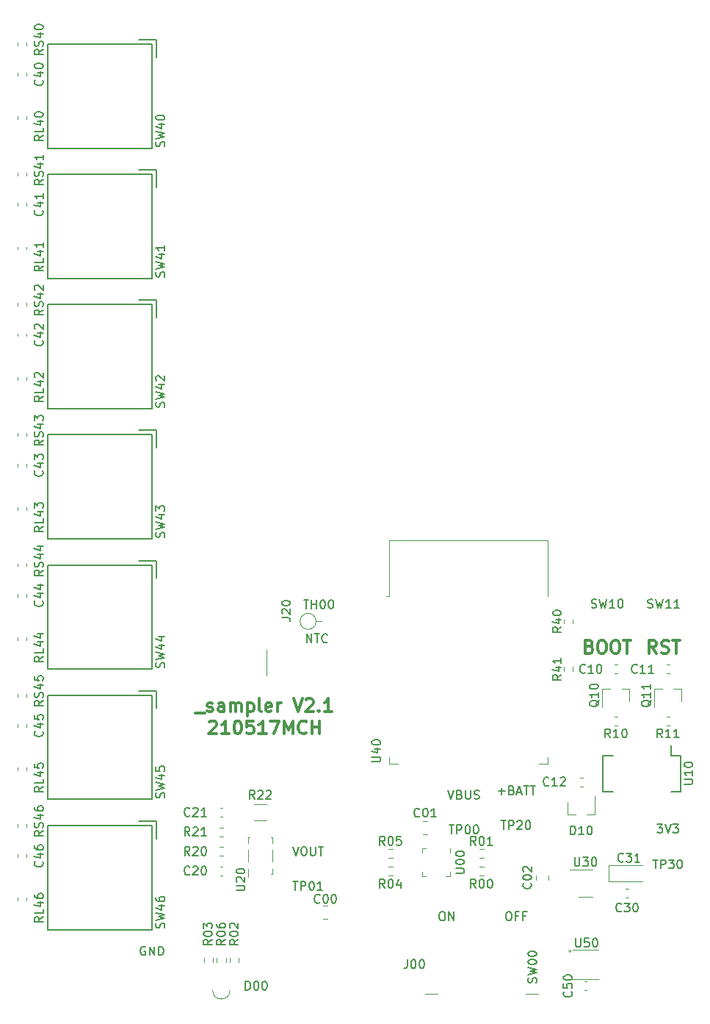
<source format=gbr>
G04 #@! TF.GenerationSoftware,KiCad,Pcbnew,(5.1.9-0-10_14)*
G04 #@! TF.CreationDate,2021-05-25T14:16:09+02:00*
G04 #@! TF.ProjectId,foodSampler_v21,666f6f64-5361-46d7-906c-65725f763231,rev?*
G04 #@! TF.SameCoordinates,Original*
G04 #@! TF.FileFunction,Legend,Top*
G04 #@! TF.FilePolarity,Positive*
%FSLAX46Y46*%
G04 Gerber Fmt 4.6, Leading zero omitted, Abs format (unit mm)*
G04 Created by KiCad (PCBNEW (5.1.9-0-10_14)) date 2021-05-25 14:16:09*
%MOMM*%
%LPD*%
G01*
G04 APERTURE LIST*
%ADD10C,0.200000*%
%ADD11C,0.300000*%
%ADD12C,0.120000*%
%ADD13C,0.150000*%
%ADD14C,0.100000*%
G04 APERTURE END LIST*
D10*
X60833333Y-117952380D02*
X60833333Y-116952380D01*
X61404761Y-117952380D01*
X61404761Y-116952380D01*
X61738095Y-116952380D02*
X62309523Y-116952380D01*
X62023809Y-117952380D02*
X62023809Y-116952380D01*
X63214285Y-117857142D02*
X63166666Y-117904761D01*
X63023809Y-117952380D01*
X62928571Y-117952380D01*
X62785714Y-117904761D01*
X62690476Y-117809523D01*
X62642857Y-117714285D01*
X62595238Y-117523809D01*
X62595238Y-117380952D01*
X62642857Y-117190476D01*
X62690476Y-117095238D01*
X62785714Y-117000000D01*
X62928571Y-116952380D01*
X63023809Y-116952380D01*
X63166666Y-117000000D01*
X63214285Y-117047619D01*
X84047619Y-148952380D02*
X84238095Y-148952380D01*
X84333333Y-149000000D01*
X84428571Y-149095238D01*
X84476190Y-149285714D01*
X84476190Y-149619047D01*
X84428571Y-149809523D01*
X84333333Y-149904761D01*
X84238095Y-149952380D01*
X84047619Y-149952380D01*
X83952380Y-149904761D01*
X83857142Y-149809523D01*
X83809523Y-149619047D01*
X83809523Y-149285714D01*
X83857142Y-149095238D01*
X83952380Y-149000000D01*
X84047619Y-148952380D01*
X85238095Y-149428571D02*
X84904761Y-149428571D01*
X84904761Y-149952380D02*
X84904761Y-148952380D01*
X85380952Y-148952380D01*
X86095238Y-149428571D02*
X85761904Y-149428571D01*
X85761904Y-149952380D02*
X85761904Y-148952380D01*
X86238095Y-148952380D01*
X76380952Y-148952380D02*
X76571428Y-148952380D01*
X76666666Y-149000000D01*
X76761904Y-149095238D01*
X76809523Y-149285714D01*
X76809523Y-149619047D01*
X76761904Y-149809523D01*
X76666666Y-149904761D01*
X76571428Y-149952380D01*
X76380952Y-149952380D01*
X76285714Y-149904761D01*
X76190476Y-149809523D01*
X76142857Y-149619047D01*
X76142857Y-149285714D01*
X76190476Y-149095238D01*
X76285714Y-149000000D01*
X76380952Y-148952380D01*
X77238095Y-149952380D02*
X77238095Y-148952380D01*
X77809523Y-149952380D01*
X77809523Y-148952380D01*
X82928571Y-135071428D02*
X83690476Y-135071428D01*
X83309523Y-135452380D02*
X83309523Y-134690476D01*
X84500000Y-134928571D02*
X84642857Y-134976190D01*
X84690476Y-135023809D01*
X84738095Y-135119047D01*
X84738095Y-135261904D01*
X84690476Y-135357142D01*
X84642857Y-135404761D01*
X84547619Y-135452380D01*
X84166666Y-135452380D01*
X84166666Y-134452380D01*
X84500000Y-134452380D01*
X84595238Y-134500000D01*
X84642857Y-134547619D01*
X84690476Y-134642857D01*
X84690476Y-134738095D01*
X84642857Y-134833333D01*
X84595238Y-134880952D01*
X84500000Y-134928571D01*
X84166666Y-134928571D01*
X85119047Y-135166666D02*
X85595238Y-135166666D01*
X85023809Y-135452380D02*
X85357142Y-134452380D01*
X85690476Y-135452380D01*
X85880952Y-134452380D02*
X86452380Y-134452380D01*
X86166666Y-135452380D02*
X86166666Y-134452380D01*
X86642857Y-134452380D02*
X87214285Y-134452380D01*
X86928571Y-135452380D02*
X86928571Y-134452380D01*
X77166666Y-134952380D02*
X77500000Y-135952380D01*
X77833333Y-134952380D01*
X78500000Y-135428571D02*
X78642857Y-135476190D01*
X78690476Y-135523809D01*
X78738095Y-135619047D01*
X78738095Y-135761904D01*
X78690476Y-135857142D01*
X78642857Y-135904761D01*
X78547619Y-135952380D01*
X78166666Y-135952380D01*
X78166666Y-134952380D01*
X78500000Y-134952380D01*
X78595238Y-135000000D01*
X78642857Y-135047619D01*
X78690476Y-135142857D01*
X78690476Y-135238095D01*
X78642857Y-135333333D01*
X78595238Y-135380952D01*
X78500000Y-135428571D01*
X78166666Y-135428571D01*
X79166666Y-134952380D02*
X79166666Y-135761904D01*
X79214285Y-135857142D01*
X79261904Y-135904761D01*
X79357142Y-135952380D01*
X79547619Y-135952380D01*
X79642857Y-135904761D01*
X79690476Y-135857142D01*
X79738095Y-135761904D01*
X79738095Y-134952380D01*
X80166666Y-135904761D02*
X80309523Y-135952380D01*
X80547619Y-135952380D01*
X80642857Y-135904761D01*
X80690476Y-135857142D01*
X80738095Y-135761904D01*
X80738095Y-135666666D01*
X80690476Y-135571428D01*
X80642857Y-135523809D01*
X80547619Y-135476190D01*
X80357142Y-135428571D01*
X80261904Y-135380952D01*
X80214285Y-135333333D01*
X80166666Y-135238095D01*
X80166666Y-135142857D01*
X80214285Y-135047619D01*
X80261904Y-135000000D01*
X80357142Y-134952380D01*
X80595238Y-134952380D01*
X80738095Y-135000000D01*
X59238095Y-141452380D02*
X59571428Y-142452380D01*
X59904761Y-141452380D01*
X60428571Y-141452380D02*
X60619047Y-141452380D01*
X60714285Y-141500000D01*
X60809523Y-141595238D01*
X60857142Y-141785714D01*
X60857142Y-142119047D01*
X60809523Y-142309523D01*
X60714285Y-142404761D01*
X60619047Y-142452380D01*
X60428571Y-142452380D01*
X60333333Y-142404761D01*
X60238095Y-142309523D01*
X60190476Y-142119047D01*
X60190476Y-141785714D01*
X60238095Y-141595238D01*
X60333333Y-141500000D01*
X60428571Y-141452380D01*
X61285714Y-141452380D02*
X61285714Y-142261904D01*
X61333333Y-142357142D01*
X61380952Y-142404761D01*
X61476190Y-142452380D01*
X61666666Y-142452380D01*
X61761904Y-142404761D01*
X61809523Y-142357142D01*
X61857142Y-142261904D01*
X61857142Y-141452380D01*
X62190476Y-141452380D02*
X62761904Y-141452380D01*
X62476190Y-142452380D02*
X62476190Y-141452380D01*
X101261904Y-138852380D02*
X101880952Y-138852380D01*
X101547619Y-139233333D01*
X101690476Y-139233333D01*
X101785714Y-139280952D01*
X101833333Y-139328571D01*
X101880952Y-139423809D01*
X101880952Y-139661904D01*
X101833333Y-139757142D01*
X101785714Y-139804761D01*
X101690476Y-139852380D01*
X101404761Y-139852380D01*
X101309523Y-139804761D01*
X101261904Y-139757142D01*
X102166666Y-138852380D02*
X102500000Y-139852380D01*
X102833333Y-138852380D01*
X103071428Y-138852380D02*
X103690476Y-138852380D01*
X103357142Y-139233333D01*
X103500000Y-139233333D01*
X103595238Y-139280952D01*
X103642857Y-139328571D01*
X103690476Y-139423809D01*
X103690476Y-139661904D01*
X103642857Y-139757142D01*
X103595238Y-139804761D01*
X103500000Y-139852380D01*
X103214285Y-139852380D01*
X103119047Y-139804761D01*
X103071428Y-139757142D01*
X42238095Y-153000000D02*
X42142857Y-152952380D01*
X42000000Y-152952380D01*
X41857142Y-153000000D01*
X41761904Y-153095238D01*
X41714285Y-153190476D01*
X41666666Y-153380952D01*
X41666666Y-153523809D01*
X41714285Y-153714285D01*
X41761904Y-153809523D01*
X41857142Y-153904761D01*
X42000000Y-153952380D01*
X42095238Y-153952380D01*
X42238095Y-153904761D01*
X42285714Y-153857142D01*
X42285714Y-153523809D01*
X42095238Y-153523809D01*
X42714285Y-153952380D02*
X42714285Y-152952380D01*
X43285714Y-153952380D01*
X43285714Y-152952380D01*
X43761904Y-153952380D02*
X43761904Y-152952380D01*
X44000000Y-152952380D01*
X44142857Y-153000000D01*
X44238095Y-153095238D01*
X44285714Y-153190476D01*
X44333333Y-153380952D01*
X44333333Y-153523809D01*
X44285714Y-153714285D01*
X44238095Y-153809523D01*
X44142857Y-153904761D01*
X44000000Y-153952380D01*
X43761904Y-153952380D01*
D11*
X47964285Y-126046428D02*
X49107142Y-126046428D01*
X49392857Y-125832142D02*
X49535714Y-125903571D01*
X49821428Y-125903571D01*
X49964285Y-125832142D01*
X50035714Y-125689285D01*
X50035714Y-125617857D01*
X49964285Y-125475000D01*
X49821428Y-125403571D01*
X49607142Y-125403571D01*
X49464285Y-125332142D01*
X49392857Y-125189285D01*
X49392857Y-125117857D01*
X49464285Y-124975000D01*
X49607142Y-124903571D01*
X49821428Y-124903571D01*
X49964285Y-124975000D01*
X51321428Y-125903571D02*
X51321428Y-125117857D01*
X51250000Y-124975000D01*
X51107142Y-124903571D01*
X50821428Y-124903571D01*
X50678571Y-124975000D01*
X51321428Y-125832142D02*
X51178571Y-125903571D01*
X50821428Y-125903571D01*
X50678571Y-125832142D01*
X50607142Y-125689285D01*
X50607142Y-125546428D01*
X50678571Y-125403571D01*
X50821428Y-125332142D01*
X51178571Y-125332142D01*
X51321428Y-125260714D01*
X52035714Y-125903571D02*
X52035714Y-124903571D01*
X52035714Y-125046428D02*
X52107142Y-124975000D01*
X52250000Y-124903571D01*
X52464285Y-124903571D01*
X52607142Y-124975000D01*
X52678571Y-125117857D01*
X52678571Y-125903571D01*
X52678571Y-125117857D02*
X52750000Y-124975000D01*
X52892857Y-124903571D01*
X53107142Y-124903571D01*
X53250000Y-124975000D01*
X53321428Y-125117857D01*
X53321428Y-125903571D01*
X54035714Y-124903571D02*
X54035714Y-126403571D01*
X54035714Y-124975000D02*
X54178571Y-124903571D01*
X54464285Y-124903571D01*
X54607142Y-124975000D01*
X54678571Y-125046428D01*
X54750000Y-125189285D01*
X54750000Y-125617857D01*
X54678571Y-125760714D01*
X54607142Y-125832142D01*
X54464285Y-125903571D01*
X54178571Y-125903571D01*
X54035714Y-125832142D01*
X55607142Y-125903571D02*
X55464285Y-125832142D01*
X55392857Y-125689285D01*
X55392857Y-124403571D01*
X56750000Y-125832142D02*
X56607142Y-125903571D01*
X56321428Y-125903571D01*
X56178571Y-125832142D01*
X56107142Y-125689285D01*
X56107142Y-125117857D01*
X56178571Y-124975000D01*
X56321428Y-124903571D01*
X56607142Y-124903571D01*
X56750000Y-124975000D01*
X56821428Y-125117857D01*
X56821428Y-125260714D01*
X56107142Y-125403571D01*
X57464285Y-125903571D02*
X57464285Y-124903571D01*
X57464285Y-125189285D02*
X57535714Y-125046428D01*
X57607142Y-124975000D01*
X57750000Y-124903571D01*
X57892857Y-124903571D01*
X59321428Y-124403571D02*
X59821428Y-125903571D01*
X60321428Y-124403571D01*
X60750000Y-124546428D02*
X60821428Y-124475000D01*
X60964285Y-124403571D01*
X61321428Y-124403571D01*
X61464285Y-124475000D01*
X61535714Y-124546428D01*
X61607142Y-124689285D01*
X61607142Y-124832142D01*
X61535714Y-125046428D01*
X60678571Y-125903571D01*
X61607142Y-125903571D01*
X62250000Y-125760714D02*
X62321428Y-125832142D01*
X62250000Y-125903571D01*
X62178571Y-125832142D01*
X62250000Y-125760714D01*
X62250000Y-125903571D01*
X63750000Y-125903571D02*
X62892857Y-125903571D01*
X63321428Y-125903571D02*
X63321428Y-124403571D01*
X63178571Y-124617857D01*
X63035714Y-124760714D01*
X62892857Y-124832142D01*
X49607142Y-127096428D02*
X49678571Y-127025000D01*
X49821428Y-126953571D01*
X50178571Y-126953571D01*
X50321428Y-127025000D01*
X50392857Y-127096428D01*
X50464285Y-127239285D01*
X50464285Y-127382142D01*
X50392857Y-127596428D01*
X49535714Y-128453571D01*
X50464285Y-128453571D01*
X51892857Y-128453571D02*
X51035714Y-128453571D01*
X51464285Y-128453571D02*
X51464285Y-126953571D01*
X51321428Y-127167857D01*
X51178571Y-127310714D01*
X51035714Y-127382142D01*
X52821428Y-126953571D02*
X52964285Y-126953571D01*
X53107142Y-127025000D01*
X53178571Y-127096428D01*
X53249999Y-127239285D01*
X53321428Y-127525000D01*
X53321428Y-127882142D01*
X53249999Y-128167857D01*
X53178571Y-128310714D01*
X53107142Y-128382142D01*
X52964285Y-128453571D01*
X52821428Y-128453571D01*
X52678571Y-128382142D01*
X52607142Y-128310714D01*
X52535714Y-128167857D01*
X52464285Y-127882142D01*
X52464285Y-127525000D01*
X52535714Y-127239285D01*
X52607142Y-127096428D01*
X52678571Y-127025000D01*
X52821428Y-126953571D01*
X54678571Y-126953571D02*
X53964285Y-126953571D01*
X53892857Y-127667857D01*
X53964285Y-127596428D01*
X54107142Y-127525000D01*
X54464285Y-127525000D01*
X54607142Y-127596428D01*
X54678571Y-127667857D01*
X54749999Y-127810714D01*
X54749999Y-128167857D01*
X54678571Y-128310714D01*
X54607142Y-128382142D01*
X54464285Y-128453571D01*
X54107142Y-128453571D01*
X53964285Y-128382142D01*
X53892857Y-128310714D01*
X56178571Y-128453571D02*
X55321428Y-128453571D01*
X55749999Y-128453571D02*
X55749999Y-126953571D01*
X55607142Y-127167857D01*
X55464285Y-127310714D01*
X55321428Y-127382142D01*
X56678571Y-126953571D02*
X57678571Y-126953571D01*
X57035714Y-128453571D01*
X58249999Y-128453571D02*
X58249999Y-126953571D01*
X58749999Y-128025000D01*
X59249999Y-126953571D01*
X59249999Y-128453571D01*
X60821428Y-128310714D02*
X60750000Y-128382142D01*
X60535714Y-128453571D01*
X60392857Y-128453571D01*
X60178571Y-128382142D01*
X60035714Y-128239285D01*
X59964285Y-128096428D01*
X59892857Y-127810714D01*
X59892857Y-127596428D01*
X59964285Y-127310714D01*
X60035714Y-127167857D01*
X60178571Y-127025000D01*
X60392857Y-126953571D01*
X60535714Y-126953571D01*
X60750000Y-127025000D01*
X60821428Y-127096428D01*
X61464285Y-128453571D02*
X61464285Y-126953571D01*
X61464285Y-127667857D02*
X62321428Y-127667857D01*
X62321428Y-128453571D02*
X62321428Y-126953571D01*
X101178571Y-119178571D02*
X100678571Y-118464285D01*
X100321428Y-119178571D02*
X100321428Y-117678571D01*
X100892857Y-117678571D01*
X101035714Y-117750000D01*
X101107142Y-117821428D01*
X101178571Y-117964285D01*
X101178571Y-118178571D01*
X101107142Y-118321428D01*
X101035714Y-118392857D01*
X100892857Y-118464285D01*
X100321428Y-118464285D01*
X101750000Y-119107142D02*
X101964285Y-119178571D01*
X102321428Y-119178571D01*
X102464285Y-119107142D01*
X102535714Y-119035714D01*
X102607142Y-118892857D01*
X102607142Y-118750000D01*
X102535714Y-118607142D01*
X102464285Y-118535714D01*
X102321428Y-118464285D01*
X102035714Y-118392857D01*
X101892857Y-118321428D01*
X101821428Y-118250000D01*
X101750000Y-118107142D01*
X101750000Y-117964285D01*
X101821428Y-117821428D01*
X101892857Y-117750000D01*
X102035714Y-117678571D01*
X102392857Y-117678571D01*
X102607142Y-117750000D01*
X103035714Y-117678571D02*
X103892857Y-117678571D01*
X103464285Y-119178571D02*
X103464285Y-117678571D01*
X93464285Y-118392857D02*
X93678571Y-118464285D01*
X93750000Y-118535714D01*
X93821428Y-118678571D01*
X93821428Y-118892857D01*
X93750000Y-119035714D01*
X93678571Y-119107142D01*
X93535714Y-119178571D01*
X92964285Y-119178571D01*
X92964285Y-117678571D01*
X93464285Y-117678571D01*
X93607142Y-117750000D01*
X93678571Y-117821428D01*
X93750000Y-117964285D01*
X93750000Y-118107142D01*
X93678571Y-118250000D01*
X93607142Y-118321428D01*
X93464285Y-118392857D01*
X92964285Y-118392857D01*
X94750000Y-117678571D02*
X95035714Y-117678571D01*
X95178571Y-117750000D01*
X95321428Y-117892857D01*
X95392857Y-118178571D01*
X95392857Y-118678571D01*
X95321428Y-118964285D01*
X95178571Y-119107142D01*
X95035714Y-119178571D01*
X94750000Y-119178571D01*
X94607142Y-119107142D01*
X94464285Y-118964285D01*
X94392857Y-118678571D01*
X94392857Y-118178571D01*
X94464285Y-117892857D01*
X94607142Y-117750000D01*
X94750000Y-117678571D01*
X96321428Y-117678571D02*
X96607142Y-117678571D01*
X96750000Y-117750000D01*
X96892857Y-117892857D01*
X96964285Y-118178571D01*
X96964285Y-118678571D01*
X96892857Y-118964285D01*
X96750000Y-119107142D01*
X96607142Y-119178571D01*
X96321428Y-119178571D01*
X96178571Y-119107142D01*
X96035714Y-118964285D01*
X95964285Y-118678571D01*
X95964285Y-118178571D01*
X96035714Y-117892857D01*
X96178571Y-117750000D01*
X96321428Y-117678571D01*
X97392857Y-117678571D02*
X98250000Y-117678571D01*
X97821428Y-119178571D02*
X97821428Y-117678571D01*
D12*
X28510000Y-108837221D02*
X28510000Y-109162779D01*
X27490000Y-108837221D02*
X27490000Y-109162779D01*
D13*
X43000000Y-139000000D02*
X43000000Y-151000000D01*
X43000000Y-151000000D02*
X31000000Y-151000000D01*
X31000000Y-151000000D02*
X31000000Y-139000000D01*
X31000000Y-139000000D02*
X43000000Y-139000000D01*
X41500000Y-138500000D02*
X43500000Y-138500000D01*
X43500000Y-138500000D02*
X43500000Y-140000000D01*
X43500000Y-140000000D02*
X43500000Y-140500000D01*
X43000000Y-64000000D02*
X43000000Y-76000000D01*
X43000000Y-76000000D02*
X31000000Y-76000000D01*
X31000000Y-76000000D02*
X31000000Y-64000000D01*
X31000000Y-64000000D02*
X43000000Y-64000000D01*
X41500000Y-63500000D02*
X43500000Y-63500000D01*
X43500000Y-63500000D02*
X43500000Y-65000000D01*
X43500000Y-65000000D02*
X43500000Y-65500000D01*
D12*
X97634420Y-147285000D02*
X97915580Y-147285000D01*
X97634420Y-146265000D02*
X97915580Y-146265000D01*
X51140580Y-136990000D02*
X50859420Y-136990000D01*
X51140580Y-138010000D02*
X50859420Y-138010000D01*
X50859420Y-144760000D02*
X51140580Y-144760000D01*
X50859420Y-143740000D02*
X51140580Y-143740000D01*
X70380000Y-131100000D02*
X70380000Y-131880000D01*
X70380000Y-131880000D02*
X71380000Y-131880000D01*
X88620000Y-131100000D02*
X88620000Y-131880000D01*
X88620000Y-131880000D02*
X87620000Y-131880000D01*
X70380000Y-106135000D02*
X88620000Y-106135000D01*
X88620000Y-106135000D02*
X88620000Y-112555000D01*
X70380000Y-106135000D02*
X70380000Y-112555000D01*
X70380000Y-112555000D02*
X70000000Y-112555000D01*
X27490000Y-48837221D02*
X27490000Y-49162779D01*
X28510000Y-48837221D02*
X28510000Y-49162779D01*
X27490000Y-63837221D02*
X27490000Y-64162779D01*
X28510000Y-63837221D02*
X28510000Y-64162779D01*
X28510000Y-78837221D02*
X28510000Y-79162779D01*
X27490000Y-78837221D02*
X27490000Y-79162779D01*
X28510000Y-93837221D02*
X28510000Y-94162779D01*
X27490000Y-93837221D02*
X27490000Y-94162779D01*
X27490000Y-123837221D02*
X27490000Y-124162779D01*
X28510000Y-123837221D02*
X28510000Y-124162779D01*
X28510000Y-138837221D02*
X28510000Y-139162779D01*
X27490000Y-138837221D02*
X27490000Y-139162779D01*
X27490000Y-52337221D02*
X27490000Y-52662779D01*
X28510000Y-52337221D02*
X28510000Y-52662779D01*
X27490000Y-112337221D02*
X27490000Y-112662779D01*
X28510000Y-112337221D02*
X28510000Y-112662779D01*
X28510000Y-82337221D02*
X28510000Y-82662779D01*
X27490000Y-82337221D02*
X27490000Y-82662779D01*
X27490000Y-142337221D02*
X27490000Y-142662779D01*
X28510000Y-142337221D02*
X28510000Y-142662779D01*
X28510000Y-127337221D02*
X28510000Y-127662779D01*
X27490000Y-127337221D02*
X27490000Y-127662779D01*
X28510000Y-97337221D02*
X28510000Y-97662779D01*
X27490000Y-97337221D02*
X27490000Y-97662779D01*
X28510000Y-67337221D02*
X28510000Y-67662779D01*
X27490000Y-67337221D02*
X27490000Y-67662779D01*
X96662779Y-121510000D02*
X96337221Y-121510000D01*
X96662779Y-120490000D02*
X96337221Y-120490000D01*
X102662779Y-120490000D02*
X102337221Y-120490000D01*
X102662779Y-121510000D02*
X102337221Y-121510000D01*
X92662779Y-133490000D02*
X92337221Y-133490000D01*
X92662779Y-134510000D02*
X92337221Y-134510000D01*
X98080000Y-123240000D02*
X98080000Y-124700000D01*
X94920000Y-123240000D02*
X94920000Y-125400000D01*
X94920000Y-123240000D02*
X95850000Y-123240000D01*
X98080000Y-123240000D02*
X97150000Y-123240000D01*
X104080000Y-123240000D02*
X103150000Y-123240000D01*
X100920000Y-123240000D02*
X101850000Y-123240000D01*
X100920000Y-123240000D02*
X100920000Y-125400000D01*
X104080000Y-123240000D02*
X104080000Y-124700000D01*
X96662779Y-126490000D02*
X96337221Y-126490000D01*
X96662779Y-127510000D02*
X96337221Y-127510000D01*
X102662779Y-127510000D02*
X102337221Y-127510000D01*
X102662779Y-126490000D02*
X102337221Y-126490000D01*
X28510000Y-57337221D02*
X28510000Y-57662779D01*
X27490000Y-57337221D02*
X27490000Y-57662779D01*
X27490000Y-72337221D02*
X27490000Y-72662779D01*
X28510000Y-72337221D02*
X28510000Y-72662779D01*
X28510000Y-87337221D02*
X28510000Y-87662779D01*
X27490000Y-87337221D02*
X27490000Y-87662779D01*
X27490000Y-102337221D02*
X27490000Y-102662779D01*
X28510000Y-102337221D02*
X28510000Y-102662779D01*
X28510000Y-117337221D02*
X28510000Y-117662779D01*
X27490000Y-117337221D02*
X27490000Y-117662779D01*
X27490000Y-132337221D02*
X27490000Y-132662779D01*
X28510000Y-132337221D02*
X28510000Y-132662779D01*
X28510000Y-147337221D02*
X28510000Y-147662779D01*
X27490000Y-147337221D02*
X27490000Y-147662779D01*
D13*
X43500000Y-50000000D02*
X43500000Y-50500000D01*
X43500000Y-48500000D02*
X43500000Y-50000000D01*
X41500000Y-48500000D02*
X43500000Y-48500000D01*
X31000000Y-49000000D02*
X43000000Y-49000000D01*
X31000000Y-61000000D02*
X31000000Y-49000000D01*
X43000000Y-61000000D02*
X31000000Y-61000000D01*
X43000000Y-49000000D02*
X43000000Y-61000000D01*
X43500000Y-80000000D02*
X43500000Y-80500000D01*
X43500000Y-78500000D02*
X43500000Y-80000000D01*
X41500000Y-78500000D02*
X43500000Y-78500000D01*
X31000000Y-79000000D02*
X43000000Y-79000000D01*
X31000000Y-91000000D02*
X31000000Y-79000000D01*
X43000000Y-91000000D02*
X31000000Y-91000000D01*
X43000000Y-79000000D02*
X43000000Y-91000000D01*
X43500000Y-95000000D02*
X43500000Y-95500000D01*
X43500000Y-93500000D02*
X43500000Y-95000000D01*
X41500000Y-93500000D02*
X43500000Y-93500000D01*
X31000000Y-94000000D02*
X43000000Y-94000000D01*
X31000000Y-106000000D02*
X31000000Y-94000000D01*
X43000000Y-106000000D02*
X31000000Y-106000000D01*
X43000000Y-94000000D02*
X43000000Y-106000000D01*
X43000000Y-109000000D02*
X43000000Y-121000000D01*
X43000000Y-121000000D02*
X31000000Y-121000000D01*
X31000000Y-121000000D02*
X31000000Y-109000000D01*
X31000000Y-109000000D02*
X43000000Y-109000000D01*
X41500000Y-108500000D02*
X43500000Y-108500000D01*
X43500000Y-108500000D02*
X43500000Y-110000000D01*
X43500000Y-110000000D02*
X43500000Y-110500000D01*
X43500000Y-125000000D02*
X43500000Y-125500000D01*
X43500000Y-123500000D02*
X43500000Y-125000000D01*
X41500000Y-123500000D02*
X43500000Y-123500000D01*
X31000000Y-124000000D02*
X43000000Y-124000000D01*
X31000000Y-136000000D02*
X31000000Y-124000000D01*
X43000000Y-136000000D02*
X31000000Y-136000000D01*
X43000000Y-124000000D02*
X43000000Y-136000000D01*
X102865000Y-130925000D02*
X102865000Y-129800000D01*
X95025000Y-130925000D02*
X95025000Y-135075000D01*
X103975000Y-130925000D02*
X103975000Y-135075000D01*
X95025000Y-130925000D02*
X96135000Y-130925000D01*
X95025000Y-135075000D02*
X96135000Y-135075000D01*
X103975000Y-135075000D02*
X102865000Y-135075000D01*
X102865000Y-130925000D02*
X103975000Y-130925000D01*
D12*
X90920000Y-137760000D02*
X90920000Y-136300000D01*
X94080000Y-137760000D02*
X94080000Y-135600000D01*
X94080000Y-137760000D02*
X93150000Y-137760000D01*
X90920000Y-137760000D02*
X91850000Y-137760000D01*
X63261252Y-149735000D02*
X62738748Y-149735000D01*
X63261252Y-148265000D02*
X62738748Y-148265000D01*
X74238748Y-139985000D02*
X74761252Y-139985000D01*
X74238748Y-138515000D02*
X74761252Y-138515000D01*
X88735000Y-145261252D02*
X88735000Y-144738748D01*
X87265000Y-145261252D02*
X87265000Y-144738748D01*
X80762742Y-143727500D02*
X81237258Y-143727500D01*
X80762742Y-144772500D02*
X81237258Y-144772500D01*
X80762742Y-142772500D02*
X81237258Y-142772500D01*
X80762742Y-141727500D02*
X81237258Y-141727500D01*
X70262742Y-143727500D02*
X70737258Y-143727500D01*
X70262742Y-144772500D02*
X70737258Y-144772500D01*
X70262742Y-142772500D02*
X70737258Y-142772500D01*
X70262742Y-141727500D02*
X70737258Y-141727500D01*
X51237258Y-142522500D02*
X50762742Y-142522500D01*
X51237258Y-141477500D02*
X50762742Y-141477500D01*
X50762742Y-140272500D02*
X51237258Y-140272500D01*
X50762742Y-139227500D02*
X51237258Y-139227500D01*
X90477500Y-115737258D02*
X90477500Y-115262742D01*
X91522500Y-115737258D02*
X91522500Y-115262742D01*
X90477500Y-120762742D02*
X90477500Y-121237258D01*
X91522500Y-120762742D02*
X91522500Y-121237258D01*
X61920000Y-115500000D02*
G75*
G03*
X61920000Y-115500000I-920000J0D01*
G01*
X61920000Y-115500000D02*
X62540000Y-115500000D01*
X77360000Y-144385000D02*
X77360000Y-144860000D01*
X77360000Y-144860000D02*
X76885000Y-144860000D01*
X74140000Y-142115000D02*
X74140000Y-141640000D01*
X74140000Y-141640000D02*
X74615000Y-141640000D01*
X74140000Y-144385000D02*
X74140000Y-144860000D01*
X74140000Y-144860000D02*
X74615000Y-144860000D01*
X77360000Y-142115000D02*
X77360000Y-141640000D01*
X56900000Y-140400000D02*
X56750000Y-140400000D01*
X54102607Y-144000701D02*
X54102607Y-144900701D01*
X56900000Y-140400000D02*
X56900000Y-141000000D01*
X54100000Y-141000000D02*
X54100000Y-140400000D01*
X56900000Y-141800000D02*
X56900000Y-143200000D01*
X54100000Y-141800000D02*
X54100000Y-143200000D01*
X56900000Y-144000000D02*
X56900000Y-144600000D01*
X56900000Y-144600000D02*
X56750000Y-144600000D01*
X54100000Y-140400000D02*
X54250000Y-140400000D01*
X92975001Y-147195001D02*
X93775001Y-147195001D01*
X92975001Y-147195001D02*
X92175001Y-147195001D01*
X92975001Y-144075001D02*
X93775001Y-144075001D01*
X92975001Y-144075001D02*
X91175001Y-144075001D01*
X99600000Y-143565000D02*
X95690000Y-143565000D01*
X95690000Y-143565000D02*
X95690000Y-145435000D01*
X95690000Y-145435000D02*
X99600000Y-145435000D01*
X56211252Y-138410000D02*
X54788748Y-138410000D01*
X56211252Y-136590000D02*
X54788748Y-136590000D01*
X75900000Y-158400000D02*
X74500000Y-158400000D01*
X86100000Y-158400000D02*
X87500000Y-158400000D01*
X56250000Y-118750000D02*
X56250000Y-121750000D01*
X93140580Y-158010000D02*
X92859420Y-158010000D01*
X93140580Y-156990000D02*
X92859420Y-156990000D01*
X52000000Y-158000000D02*
G75*
G02*
X50000000Y-158000000I-1000000J0D01*
G01*
X53022500Y-154737258D02*
X53022500Y-154262742D01*
X51977500Y-154737258D02*
X51977500Y-154262742D01*
X48977500Y-154737258D02*
X48977500Y-154262742D01*
X50022500Y-154737258D02*
X50022500Y-154262742D01*
X50477500Y-154737258D02*
X50477500Y-154262742D01*
X51522500Y-154737258D02*
X51522500Y-154262742D01*
D14*
X91350000Y-153450000D02*
G75*
G03*
X91350000Y-153450000I-150000J0D01*
G01*
X91500000Y-156700000D02*
X94500000Y-156700000D01*
X91500000Y-153300000D02*
X94500000Y-153300000D01*
D13*
X30452380Y-109619047D02*
X29976190Y-109952380D01*
X30452380Y-110190476D02*
X29452380Y-110190476D01*
X29452380Y-109809523D01*
X29500000Y-109714285D01*
X29547619Y-109666666D01*
X29642857Y-109619047D01*
X29785714Y-109619047D01*
X29880952Y-109666666D01*
X29928571Y-109714285D01*
X29976190Y-109809523D01*
X29976190Y-110190476D01*
X30404761Y-109238095D02*
X30452380Y-109095238D01*
X30452380Y-108857142D01*
X30404761Y-108761904D01*
X30357142Y-108714285D01*
X30261904Y-108666666D01*
X30166666Y-108666666D01*
X30071428Y-108714285D01*
X30023809Y-108761904D01*
X29976190Y-108857142D01*
X29928571Y-109047619D01*
X29880952Y-109142857D01*
X29833333Y-109190476D01*
X29738095Y-109238095D01*
X29642857Y-109238095D01*
X29547619Y-109190476D01*
X29500000Y-109142857D01*
X29452380Y-109047619D01*
X29452380Y-108809523D01*
X29500000Y-108666666D01*
X29785714Y-107809523D02*
X30452380Y-107809523D01*
X29404761Y-108047619D02*
X30119047Y-108285714D01*
X30119047Y-107666666D01*
X29785714Y-106857142D02*
X30452380Y-106857142D01*
X29404761Y-107095238D02*
X30119047Y-107333333D01*
X30119047Y-106714285D01*
X44404761Y-150809523D02*
X44452380Y-150666666D01*
X44452380Y-150428571D01*
X44404761Y-150333333D01*
X44357142Y-150285714D01*
X44261904Y-150238095D01*
X44166666Y-150238095D01*
X44071428Y-150285714D01*
X44023809Y-150333333D01*
X43976190Y-150428571D01*
X43928571Y-150619047D01*
X43880952Y-150714285D01*
X43833333Y-150761904D01*
X43738095Y-150809523D01*
X43642857Y-150809523D01*
X43547619Y-150761904D01*
X43500000Y-150714285D01*
X43452380Y-150619047D01*
X43452380Y-150380952D01*
X43500000Y-150238095D01*
X43452380Y-149904761D02*
X44452380Y-149666666D01*
X43738095Y-149476190D01*
X44452380Y-149285714D01*
X43452380Y-149047619D01*
X43785714Y-148238095D02*
X44452380Y-148238095D01*
X43404761Y-148476190D02*
X44119047Y-148714285D01*
X44119047Y-148095238D01*
X43452380Y-147285714D02*
X43452380Y-147476190D01*
X43500000Y-147571428D01*
X43547619Y-147619047D01*
X43690476Y-147714285D01*
X43880952Y-147761904D01*
X44261904Y-147761904D01*
X44357142Y-147714285D01*
X44404761Y-147666666D01*
X44452380Y-147571428D01*
X44452380Y-147380952D01*
X44404761Y-147285714D01*
X44357142Y-147238095D01*
X44261904Y-147190476D01*
X44023809Y-147190476D01*
X43928571Y-147238095D01*
X43880952Y-147285714D01*
X43833333Y-147380952D01*
X43833333Y-147571428D01*
X43880952Y-147666666D01*
X43928571Y-147714285D01*
X44023809Y-147761904D01*
X44404761Y-75809523D02*
X44452380Y-75666666D01*
X44452380Y-75428571D01*
X44404761Y-75333333D01*
X44357142Y-75285714D01*
X44261904Y-75238095D01*
X44166666Y-75238095D01*
X44071428Y-75285714D01*
X44023809Y-75333333D01*
X43976190Y-75428571D01*
X43928571Y-75619047D01*
X43880952Y-75714285D01*
X43833333Y-75761904D01*
X43738095Y-75809523D01*
X43642857Y-75809523D01*
X43547619Y-75761904D01*
X43500000Y-75714285D01*
X43452380Y-75619047D01*
X43452380Y-75380952D01*
X43500000Y-75238095D01*
X43452380Y-74904761D02*
X44452380Y-74666666D01*
X43738095Y-74476190D01*
X44452380Y-74285714D01*
X43452380Y-74047619D01*
X43785714Y-73238095D02*
X44452380Y-73238095D01*
X43404761Y-73476190D02*
X44119047Y-73714285D01*
X44119047Y-73095238D01*
X44452380Y-72190476D02*
X44452380Y-72761904D01*
X44452380Y-72476190D02*
X43452380Y-72476190D01*
X43595238Y-72571428D01*
X43690476Y-72666666D01*
X43738095Y-72761904D01*
X72440476Y-154452380D02*
X72440476Y-155166666D01*
X72392857Y-155309523D01*
X72297619Y-155404761D01*
X72154761Y-155452380D01*
X72059523Y-155452380D01*
X73107142Y-154452380D02*
X73202380Y-154452380D01*
X73297619Y-154500000D01*
X73345238Y-154547619D01*
X73392857Y-154642857D01*
X73440476Y-154833333D01*
X73440476Y-155071428D01*
X73392857Y-155261904D01*
X73345238Y-155357142D01*
X73297619Y-155404761D01*
X73202380Y-155452380D01*
X73107142Y-155452380D01*
X73011904Y-155404761D01*
X72964285Y-155357142D01*
X72916666Y-155261904D01*
X72869047Y-155071428D01*
X72869047Y-154833333D01*
X72916666Y-154642857D01*
X72964285Y-154547619D01*
X73011904Y-154500000D01*
X73107142Y-154452380D01*
X74059523Y-154452380D02*
X74154761Y-154452380D01*
X74250000Y-154500000D01*
X74297619Y-154547619D01*
X74345238Y-154642857D01*
X74392857Y-154833333D01*
X74392857Y-155071428D01*
X74345238Y-155261904D01*
X74297619Y-155357142D01*
X74250000Y-155404761D01*
X74154761Y-155452380D01*
X74059523Y-155452380D01*
X73964285Y-155404761D01*
X73916666Y-155357142D01*
X73869047Y-155261904D01*
X73821428Y-155071428D01*
X73821428Y-154833333D01*
X73869047Y-154642857D01*
X73916666Y-154547619D01*
X73964285Y-154500000D01*
X74059523Y-154452380D01*
X93690476Y-113904761D02*
X93833333Y-113952380D01*
X94071428Y-113952380D01*
X94166666Y-113904761D01*
X94214285Y-113857142D01*
X94261904Y-113761904D01*
X94261904Y-113666666D01*
X94214285Y-113571428D01*
X94166666Y-113523809D01*
X94071428Y-113476190D01*
X93880952Y-113428571D01*
X93785714Y-113380952D01*
X93738095Y-113333333D01*
X93690476Y-113238095D01*
X93690476Y-113142857D01*
X93738095Y-113047619D01*
X93785714Y-113000000D01*
X93880952Y-112952380D01*
X94119047Y-112952380D01*
X94261904Y-113000000D01*
X94595238Y-112952380D02*
X94833333Y-113952380D01*
X95023809Y-113238095D01*
X95214285Y-113952380D01*
X95452380Y-112952380D01*
X96357142Y-113952380D02*
X95785714Y-113952380D01*
X96071428Y-113952380D02*
X96071428Y-112952380D01*
X95976190Y-113095238D01*
X95880952Y-113190476D01*
X95785714Y-113238095D01*
X96976190Y-112952380D02*
X97071428Y-112952380D01*
X97166666Y-113000000D01*
X97214285Y-113047619D01*
X97261904Y-113142857D01*
X97309523Y-113333333D01*
X97309523Y-113571428D01*
X97261904Y-113761904D01*
X97214285Y-113857142D01*
X97166666Y-113904761D01*
X97071428Y-113952380D01*
X96976190Y-113952380D01*
X96880952Y-113904761D01*
X96833333Y-113857142D01*
X96785714Y-113761904D01*
X96738095Y-113571428D01*
X96738095Y-113333333D01*
X96785714Y-113142857D01*
X96833333Y-113047619D01*
X96880952Y-113000000D01*
X96976190Y-112952380D01*
X100190476Y-113904761D02*
X100333333Y-113952380D01*
X100571428Y-113952380D01*
X100666666Y-113904761D01*
X100714285Y-113857142D01*
X100761904Y-113761904D01*
X100761904Y-113666666D01*
X100714285Y-113571428D01*
X100666666Y-113523809D01*
X100571428Y-113476190D01*
X100380952Y-113428571D01*
X100285714Y-113380952D01*
X100238095Y-113333333D01*
X100190476Y-113238095D01*
X100190476Y-113142857D01*
X100238095Y-113047619D01*
X100285714Y-113000000D01*
X100380952Y-112952380D01*
X100619047Y-112952380D01*
X100761904Y-113000000D01*
X101095238Y-112952380D02*
X101333333Y-113952380D01*
X101523809Y-113238095D01*
X101714285Y-113952380D01*
X101952380Y-112952380D01*
X102857142Y-113952380D02*
X102285714Y-113952380D01*
X102571428Y-113952380D02*
X102571428Y-112952380D01*
X102476190Y-113095238D01*
X102380952Y-113190476D01*
X102285714Y-113238095D01*
X103809523Y-113952380D02*
X103238095Y-113952380D01*
X103523809Y-113952380D02*
X103523809Y-112952380D01*
X103428571Y-113095238D01*
X103333333Y-113190476D01*
X103238095Y-113238095D01*
X97132142Y-148857142D02*
X97084523Y-148904761D01*
X96941666Y-148952380D01*
X96846428Y-148952380D01*
X96703571Y-148904761D01*
X96608333Y-148809523D01*
X96560714Y-148714285D01*
X96513095Y-148523809D01*
X96513095Y-148380952D01*
X96560714Y-148190476D01*
X96608333Y-148095238D01*
X96703571Y-148000000D01*
X96846428Y-147952380D01*
X96941666Y-147952380D01*
X97084523Y-148000000D01*
X97132142Y-148047619D01*
X97465476Y-147952380D02*
X98084523Y-147952380D01*
X97751190Y-148333333D01*
X97894047Y-148333333D01*
X97989285Y-148380952D01*
X98036904Y-148428571D01*
X98084523Y-148523809D01*
X98084523Y-148761904D01*
X98036904Y-148857142D01*
X97989285Y-148904761D01*
X97894047Y-148952380D01*
X97608333Y-148952380D01*
X97513095Y-148904761D01*
X97465476Y-148857142D01*
X98703571Y-147952380D02*
X98798809Y-147952380D01*
X98894047Y-148000000D01*
X98941666Y-148047619D01*
X98989285Y-148142857D01*
X99036904Y-148333333D01*
X99036904Y-148571428D01*
X98989285Y-148761904D01*
X98941666Y-148857142D01*
X98894047Y-148904761D01*
X98798809Y-148952380D01*
X98703571Y-148952380D01*
X98608333Y-148904761D01*
X98560714Y-148857142D01*
X98513095Y-148761904D01*
X98465476Y-148571428D01*
X98465476Y-148333333D01*
X98513095Y-148142857D01*
X98560714Y-148047619D01*
X98608333Y-148000000D01*
X98703571Y-147952380D01*
X47357142Y-137857142D02*
X47309523Y-137904761D01*
X47166666Y-137952380D01*
X47071428Y-137952380D01*
X46928571Y-137904761D01*
X46833333Y-137809523D01*
X46785714Y-137714285D01*
X46738095Y-137523809D01*
X46738095Y-137380952D01*
X46785714Y-137190476D01*
X46833333Y-137095238D01*
X46928571Y-137000000D01*
X47071428Y-136952380D01*
X47166666Y-136952380D01*
X47309523Y-137000000D01*
X47357142Y-137047619D01*
X47738095Y-137047619D02*
X47785714Y-137000000D01*
X47880952Y-136952380D01*
X48119047Y-136952380D01*
X48214285Y-137000000D01*
X48261904Y-137047619D01*
X48309523Y-137142857D01*
X48309523Y-137238095D01*
X48261904Y-137380952D01*
X47690476Y-137952380D01*
X48309523Y-137952380D01*
X49261904Y-137952380D02*
X48690476Y-137952380D01*
X48976190Y-137952380D02*
X48976190Y-136952380D01*
X48880952Y-137095238D01*
X48785714Y-137190476D01*
X48690476Y-137238095D01*
X47357142Y-144607142D02*
X47309523Y-144654761D01*
X47166666Y-144702380D01*
X47071428Y-144702380D01*
X46928571Y-144654761D01*
X46833333Y-144559523D01*
X46785714Y-144464285D01*
X46738095Y-144273809D01*
X46738095Y-144130952D01*
X46785714Y-143940476D01*
X46833333Y-143845238D01*
X46928571Y-143750000D01*
X47071428Y-143702380D01*
X47166666Y-143702380D01*
X47309523Y-143750000D01*
X47357142Y-143797619D01*
X47738095Y-143797619D02*
X47785714Y-143750000D01*
X47880952Y-143702380D01*
X48119047Y-143702380D01*
X48214285Y-143750000D01*
X48261904Y-143797619D01*
X48309523Y-143892857D01*
X48309523Y-143988095D01*
X48261904Y-144130952D01*
X47690476Y-144702380D01*
X48309523Y-144702380D01*
X48928571Y-143702380D02*
X49023809Y-143702380D01*
X49119047Y-143750000D01*
X49166666Y-143797619D01*
X49214285Y-143892857D01*
X49261904Y-144083333D01*
X49261904Y-144321428D01*
X49214285Y-144511904D01*
X49166666Y-144607142D01*
X49119047Y-144654761D01*
X49023809Y-144702380D01*
X48928571Y-144702380D01*
X48833333Y-144654761D01*
X48785714Y-144607142D01*
X48738095Y-144511904D01*
X48690476Y-144321428D01*
X48690476Y-144083333D01*
X48738095Y-143892857D01*
X48785714Y-143797619D01*
X48833333Y-143750000D01*
X48928571Y-143702380D01*
X68342380Y-131668095D02*
X69151904Y-131668095D01*
X69247142Y-131620476D01*
X69294761Y-131572857D01*
X69342380Y-131477619D01*
X69342380Y-131287142D01*
X69294761Y-131191904D01*
X69247142Y-131144285D01*
X69151904Y-131096666D01*
X68342380Y-131096666D01*
X68675714Y-130191904D02*
X69342380Y-130191904D01*
X68294761Y-130430000D02*
X69009047Y-130668095D01*
X69009047Y-130049047D01*
X68342380Y-129477619D02*
X68342380Y-129382380D01*
X68390000Y-129287142D01*
X68437619Y-129239523D01*
X68532857Y-129191904D01*
X68723333Y-129144285D01*
X68961428Y-129144285D01*
X69151904Y-129191904D01*
X69247142Y-129239523D01*
X69294761Y-129287142D01*
X69342380Y-129382380D01*
X69342380Y-129477619D01*
X69294761Y-129572857D01*
X69247142Y-129620476D01*
X69151904Y-129668095D01*
X68961428Y-129715714D01*
X68723333Y-129715714D01*
X68532857Y-129668095D01*
X68437619Y-129620476D01*
X68390000Y-129572857D01*
X68342380Y-129477619D01*
X30452380Y-49619047D02*
X29976190Y-49952380D01*
X30452380Y-50190476D02*
X29452380Y-50190476D01*
X29452380Y-49809523D01*
X29500000Y-49714285D01*
X29547619Y-49666666D01*
X29642857Y-49619047D01*
X29785714Y-49619047D01*
X29880952Y-49666666D01*
X29928571Y-49714285D01*
X29976190Y-49809523D01*
X29976190Y-50190476D01*
X30404761Y-49238095D02*
X30452380Y-49095238D01*
X30452380Y-48857142D01*
X30404761Y-48761904D01*
X30357142Y-48714285D01*
X30261904Y-48666666D01*
X30166666Y-48666666D01*
X30071428Y-48714285D01*
X30023809Y-48761904D01*
X29976190Y-48857142D01*
X29928571Y-49047619D01*
X29880952Y-49142857D01*
X29833333Y-49190476D01*
X29738095Y-49238095D01*
X29642857Y-49238095D01*
X29547619Y-49190476D01*
X29500000Y-49142857D01*
X29452380Y-49047619D01*
X29452380Y-48809523D01*
X29500000Y-48666666D01*
X29785714Y-47809523D02*
X30452380Y-47809523D01*
X29404761Y-48047619D02*
X30119047Y-48285714D01*
X30119047Y-47666666D01*
X29452380Y-47095238D02*
X29452380Y-47000000D01*
X29500000Y-46904761D01*
X29547619Y-46857142D01*
X29642857Y-46809523D01*
X29833333Y-46761904D01*
X30071428Y-46761904D01*
X30261904Y-46809523D01*
X30357142Y-46857142D01*
X30404761Y-46904761D01*
X30452380Y-47000000D01*
X30452380Y-47095238D01*
X30404761Y-47190476D01*
X30357142Y-47238095D01*
X30261904Y-47285714D01*
X30071428Y-47333333D01*
X29833333Y-47333333D01*
X29642857Y-47285714D01*
X29547619Y-47238095D01*
X29500000Y-47190476D01*
X29452380Y-47095238D01*
X30452380Y-64619047D02*
X29976190Y-64952380D01*
X30452380Y-65190476D02*
X29452380Y-65190476D01*
X29452380Y-64809523D01*
X29500000Y-64714285D01*
X29547619Y-64666666D01*
X29642857Y-64619047D01*
X29785714Y-64619047D01*
X29880952Y-64666666D01*
X29928571Y-64714285D01*
X29976190Y-64809523D01*
X29976190Y-65190476D01*
X30404761Y-64238095D02*
X30452380Y-64095238D01*
X30452380Y-63857142D01*
X30404761Y-63761904D01*
X30357142Y-63714285D01*
X30261904Y-63666666D01*
X30166666Y-63666666D01*
X30071428Y-63714285D01*
X30023809Y-63761904D01*
X29976190Y-63857142D01*
X29928571Y-64047619D01*
X29880952Y-64142857D01*
X29833333Y-64190476D01*
X29738095Y-64238095D01*
X29642857Y-64238095D01*
X29547619Y-64190476D01*
X29500000Y-64142857D01*
X29452380Y-64047619D01*
X29452380Y-63809523D01*
X29500000Y-63666666D01*
X29785714Y-62809523D02*
X30452380Y-62809523D01*
X29404761Y-63047619D02*
X30119047Y-63285714D01*
X30119047Y-62666666D01*
X30452380Y-61761904D02*
X30452380Y-62333333D01*
X30452380Y-62047619D02*
X29452380Y-62047619D01*
X29595238Y-62142857D01*
X29690476Y-62238095D01*
X29738095Y-62333333D01*
X30452380Y-79619047D02*
X29976190Y-79952380D01*
X30452380Y-80190476D02*
X29452380Y-80190476D01*
X29452380Y-79809523D01*
X29500000Y-79714285D01*
X29547619Y-79666666D01*
X29642857Y-79619047D01*
X29785714Y-79619047D01*
X29880952Y-79666666D01*
X29928571Y-79714285D01*
X29976190Y-79809523D01*
X29976190Y-80190476D01*
X30404761Y-79238095D02*
X30452380Y-79095238D01*
X30452380Y-78857142D01*
X30404761Y-78761904D01*
X30357142Y-78714285D01*
X30261904Y-78666666D01*
X30166666Y-78666666D01*
X30071428Y-78714285D01*
X30023809Y-78761904D01*
X29976190Y-78857142D01*
X29928571Y-79047619D01*
X29880952Y-79142857D01*
X29833333Y-79190476D01*
X29738095Y-79238095D01*
X29642857Y-79238095D01*
X29547619Y-79190476D01*
X29500000Y-79142857D01*
X29452380Y-79047619D01*
X29452380Y-78809523D01*
X29500000Y-78666666D01*
X29785714Y-77809523D02*
X30452380Y-77809523D01*
X29404761Y-78047619D02*
X30119047Y-78285714D01*
X30119047Y-77666666D01*
X29547619Y-77333333D02*
X29500000Y-77285714D01*
X29452380Y-77190476D01*
X29452380Y-76952380D01*
X29500000Y-76857142D01*
X29547619Y-76809523D01*
X29642857Y-76761904D01*
X29738095Y-76761904D01*
X29880952Y-76809523D01*
X30452380Y-77380952D01*
X30452380Y-76761904D01*
X30452380Y-94619047D02*
X29976190Y-94952380D01*
X30452380Y-95190476D02*
X29452380Y-95190476D01*
X29452380Y-94809523D01*
X29500000Y-94714285D01*
X29547619Y-94666666D01*
X29642857Y-94619047D01*
X29785714Y-94619047D01*
X29880952Y-94666666D01*
X29928571Y-94714285D01*
X29976190Y-94809523D01*
X29976190Y-95190476D01*
X30404761Y-94238095D02*
X30452380Y-94095238D01*
X30452380Y-93857142D01*
X30404761Y-93761904D01*
X30357142Y-93714285D01*
X30261904Y-93666666D01*
X30166666Y-93666666D01*
X30071428Y-93714285D01*
X30023809Y-93761904D01*
X29976190Y-93857142D01*
X29928571Y-94047619D01*
X29880952Y-94142857D01*
X29833333Y-94190476D01*
X29738095Y-94238095D01*
X29642857Y-94238095D01*
X29547619Y-94190476D01*
X29500000Y-94142857D01*
X29452380Y-94047619D01*
X29452380Y-93809523D01*
X29500000Y-93666666D01*
X29785714Y-92809523D02*
X30452380Y-92809523D01*
X29404761Y-93047619D02*
X30119047Y-93285714D01*
X30119047Y-92666666D01*
X29452380Y-92380952D02*
X29452380Y-91761904D01*
X29833333Y-92095238D01*
X29833333Y-91952380D01*
X29880952Y-91857142D01*
X29928571Y-91809523D01*
X30023809Y-91761904D01*
X30261904Y-91761904D01*
X30357142Y-91809523D01*
X30404761Y-91857142D01*
X30452380Y-91952380D01*
X30452380Y-92238095D01*
X30404761Y-92333333D01*
X30357142Y-92380952D01*
X30452380Y-124619047D02*
X29976190Y-124952380D01*
X30452380Y-125190476D02*
X29452380Y-125190476D01*
X29452380Y-124809523D01*
X29500000Y-124714285D01*
X29547619Y-124666666D01*
X29642857Y-124619047D01*
X29785714Y-124619047D01*
X29880952Y-124666666D01*
X29928571Y-124714285D01*
X29976190Y-124809523D01*
X29976190Y-125190476D01*
X30404761Y-124238095D02*
X30452380Y-124095238D01*
X30452380Y-123857142D01*
X30404761Y-123761904D01*
X30357142Y-123714285D01*
X30261904Y-123666666D01*
X30166666Y-123666666D01*
X30071428Y-123714285D01*
X30023809Y-123761904D01*
X29976190Y-123857142D01*
X29928571Y-124047619D01*
X29880952Y-124142857D01*
X29833333Y-124190476D01*
X29738095Y-124238095D01*
X29642857Y-124238095D01*
X29547619Y-124190476D01*
X29500000Y-124142857D01*
X29452380Y-124047619D01*
X29452380Y-123809523D01*
X29500000Y-123666666D01*
X29785714Y-122809523D02*
X30452380Y-122809523D01*
X29404761Y-123047619D02*
X30119047Y-123285714D01*
X30119047Y-122666666D01*
X29452380Y-121809523D02*
X29452380Y-122285714D01*
X29928571Y-122333333D01*
X29880952Y-122285714D01*
X29833333Y-122190476D01*
X29833333Y-121952380D01*
X29880952Y-121857142D01*
X29928571Y-121809523D01*
X30023809Y-121761904D01*
X30261904Y-121761904D01*
X30357142Y-121809523D01*
X30404761Y-121857142D01*
X30452380Y-121952380D01*
X30452380Y-122190476D01*
X30404761Y-122285714D01*
X30357142Y-122333333D01*
X30452380Y-139619047D02*
X29976190Y-139952380D01*
X30452380Y-140190476D02*
X29452380Y-140190476D01*
X29452380Y-139809523D01*
X29500000Y-139714285D01*
X29547619Y-139666666D01*
X29642857Y-139619047D01*
X29785714Y-139619047D01*
X29880952Y-139666666D01*
X29928571Y-139714285D01*
X29976190Y-139809523D01*
X29976190Y-140190476D01*
X30404761Y-139238095D02*
X30452380Y-139095238D01*
X30452380Y-138857142D01*
X30404761Y-138761904D01*
X30357142Y-138714285D01*
X30261904Y-138666666D01*
X30166666Y-138666666D01*
X30071428Y-138714285D01*
X30023809Y-138761904D01*
X29976190Y-138857142D01*
X29928571Y-139047619D01*
X29880952Y-139142857D01*
X29833333Y-139190476D01*
X29738095Y-139238095D01*
X29642857Y-139238095D01*
X29547619Y-139190476D01*
X29500000Y-139142857D01*
X29452380Y-139047619D01*
X29452380Y-138809523D01*
X29500000Y-138666666D01*
X29785714Y-137809523D02*
X30452380Y-137809523D01*
X29404761Y-138047619D02*
X30119047Y-138285714D01*
X30119047Y-137666666D01*
X29452380Y-136857142D02*
X29452380Y-137047619D01*
X29500000Y-137142857D01*
X29547619Y-137190476D01*
X29690476Y-137285714D01*
X29880952Y-137333333D01*
X30261904Y-137333333D01*
X30357142Y-137285714D01*
X30404761Y-137238095D01*
X30452380Y-137142857D01*
X30452380Y-136952380D01*
X30404761Y-136857142D01*
X30357142Y-136809523D01*
X30261904Y-136761904D01*
X30023809Y-136761904D01*
X29928571Y-136809523D01*
X29880952Y-136857142D01*
X29833333Y-136952380D01*
X29833333Y-137142857D01*
X29880952Y-137238095D01*
X29928571Y-137285714D01*
X30023809Y-137333333D01*
X30357142Y-53142857D02*
X30404761Y-53190476D01*
X30452380Y-53333333D01*
X30452380Y-53428571D01*
X30404761Y-53571428D01*
X30309523Y-53666666D01*
X30214285Y-53714285D01*
X30023809Y-53761904D01*
X29880952Y-53761904D01*
X29690476Y-53714285D01*
X29595238Y-53666666D01*
X29500000Y-53571428D01*
X29452380Y-53428571D01*
X29452380Y-53333333D01*
X29500000Y-53190476D01*
X29547619Y-53142857D01*
X29785714Y-52285714D02*
X30452380Y-52285714D01*
X29404761Y-52523809D02*
X30119047Y-52761904D01*
X30119047Y-52142857D01*
X29452380Y-51571428D02*
X29452380Y-51476190D01*
X29500000Y-51380952D01*
X29547619Y-51333333D01*
X29642857Y-51285714D01*
X29833333Y-51238095D01*
X30071428Y-51238095D01*
X30261904Y-51285714D01*
X30357142Y-51333333D01*
X30404761Y-51380952D01*
X30452380Y-51476190D01*
X30452380Y-51571428D01*
X30404761Y-51666666D01*
X30357142Y-51714285D01*
X30261904Y-51761904D01*
X30071428Y-51809523D01*
X29833333Y-51809523D01*
X29642857Y-51761904D01*
X29547619Y-51714285D01*
X29500000Y-51666666D01*
X29452380Y-51571428D01*
X30357142Y-113142857D02*
X30404761Y-113190476D01*
X30452380Y-113333333D01*
X30452380Y-113428571D01*
X30404761Y-113571428D01*
X30309523Y-113666666D01*
X30214285Y-113714285D01*
X30023809Y-113761904D01*
X29880952Y-113761904D01*
X29690476Y-113714285D01*
X29595238Y-113666666D01*
X29500000Y-113571428D01*
X29452380Y-113428571D01*
X29452380Y-113333333D01*
X29500000Y-113190476D01*
X29547619Y-113142857D01*
X29785714Y-112285714D02*
X30452380Y-112285714D01*
X29404761Y-112523809D02*
X30119047Y-112761904D01*
X30119047Y-112142857D01*
X29785714Y-111333333D02*
X30452380Y-111333333D01*
X29404761Y-111571428D02*
X30119047Y-111809523D01*
X30119047Y-111190476D01*
X30357142Y-83142857D02*
X30404761Y-83190476D01*
X30452380Y-83333333D01*
X30452380Y-83428571D01*
X30404761Y-83571428D01*
X30309523Y-83666666D01*
X30214285Y-83714285D01*
X30023809Y-83761904D01*
X29880952Y-83761904D01*
X29690476Y-83714285D01*
X29595238Y-83666666D01*
X29500000Y-83571428D01*
X29452380Y-83428571D01*
X29452380Y-83333333D01*
X29500000Y-83190476D01*
X29547619Y-83142857D01*
X29785714Y-82285714D02*
X30452380Y-82285714D01*
X29404761Y-82523809D02*
X30119047Y-82761904D01*
X30119047Y-82142857D01*
X29547619Y-81809523D02*
X29500000Y-81761904D01*
X29452380Y-81666666D01*
X29452380Y-81428571D01*
X29500000Y-81333333D01*
X29547619Y-81285714D01*
X29642857Y-81238095D01*
X29738095Y-81238095D01*
X29880952Y-81285714D01*
X30452380Y-81857142D01*
X30452380Y-81238095D01*
X30357142Y-143142857D02*
X30404761Y-143190476D01*
X30452380Y-143333333D01*
X30452380Y-143428571D01*
X30404761Y-143571428D01*
X30309523Y-143666666D01*
X30214285Y-143714285D01*
X30023809Y-143761904D01*
X29880952Y-143761904D01*
X29690476Y-143714285D01*
X29595238Y-143666666D01*
X29500000Y-143571428D01*
X29452380Y-143428571D01*
X29452380Y-143333333D01*
X29500000Y-143190476D01*
X29547619Y-143142857D01*
X29785714Y-142285714D02*
X30452380Y-142285714D01*
X29404761Y-142523809D02*
X30119047Y-142761904D01*
X30119047Y-142142857D01*
X29452380Y-141333333D02*
X29452380Y-141523809D01*
X29500000Y-141619047D01*
X29547619Y-141666666D01*
X29690476Y-141761904D01*
X29880952Y-141809523D01*
X30261904Y-141809523D01*
X30357142Y-141761904D01*
X30404761Y-141714285D01*
X30452380Y-141619047D01*
X30452380Y-141428571D01*
X30404761Y-141333333D01*
X30357142Y-141285714D01*
X30261904Y-141238095D01*
X30023809Y-141238095D01*
X29928571Y-141285714D01*
X29880952Y-141333333D01*
X29833333Y-141428571D01*
X29833333Y-141619047D01*
X29880952Y-141714285D01*
X29928571Y-141761904D01*
X30023809Y-141809523D01*
X30357142Y-128142857D02*
X30404761Y-128190476D01*
X30452380Y-128333333D01*
X30452380Y-128428571D01*
X30404761Y-128571428D01*
X30309523Y-128666666D01*
X30214285Y-128714285D01*
X30023809Y-128761904D01*
X29880952Y-128761904D01*
X29690476Y-128714285D01*
X29595238Y-128666666D01*
X29500000Y-128571428D01*
X29452380Y-128428571D01*
X29452380Y-128333333D01*
X29500000Y-128190476D01*
X29547619Y-128142857D01*
X29785714Y-127285714D02*
X30452380Y-127285714D01*
X29404761Y-127523809D02*
X30119047Y-127761904D01*
X30119047Y-127142857D01*
X29452380Y-126285714D02*
X29452380Y-126761904D01*
X29928571Y-126809523D01*
X29880952Y-126761904D01*
X29833333Y-126666666D01*
X29833333Y-126428571D01*
X29880952Y-126333333D01*
X29928571Y-126285714D01*
X30023809Y-126238095D01*
X30261904Y-126238095D01*
X30357142Y-126285714D01*
X30404761Y-126333333D01*
X30452380Y-126428571D01*
X30452380Y-126666666D01*
X30404761Y-126761904D01*
X30357142Y-126809523D01*
X30357142Y-98142857D02*
X30404761Y-98190476D01*
X30452380Y-98333333D01*
X30452380Y-98428571D01*
X30404761Y-98571428D01*
X30309523Y-98666666D01*
X30214285Y-98714285D01*
X30023809Y-98761904D01*
X29880952Y-98761904D01*
X29690476Y-98714285D01*
X29595238Y-98666666D01*
X29500000Y-98571428D01*
X29452380Y-98428571D01*
X29452380Y-98333333D01*
X29500000Y-98190476D01*
X29547619Y-98142857D01*
X29785714Y-97285714D02*
X30452380Y-97285714D01*
X29404761Y-97523809D02*
X30119047Y-97761904D01*
X30119047Y-97142857D01*
X29452380Y-96857142D02*
X29452380Y-96238095D01*
X29833333Y-96571428D01*
X29833333Y-96428571D01*
X29880952Y-96333333D01*
X29928571Y-96285714D01*
X30023809Y-96238095D01*
X30261904Y-96238095D01*
X30357142Y-96285714D01*
X30404761Y-96333333D01*
X30452380Y-96428571D01*
X30452380Y-96714285D01*
X30404761Y-96809523D01*
X30357142Y-96857142D01*
X30357142Y-68142857D02*
X30404761Y-68190476D01*
X30452380Y-68333333D01*
X30452380Y-68428571D01*
X30404761Y-68571428D01*
X30309523Y-68666666D01*
X30214285Y-68714285D01*
X30023809Y-68761904D01*
X29880952Y-68761904D01*
X29690476Y-68714285D01*
X29595238Y-68666666D01*
X29500000Y-68571428D01*
X29452380Y-68428571D01*
X29452380Y-68333333D01*
X29500000Y-68190476D01*
X29547619Y-68142857D01*
X29785714Y-67285714D02*
X30452380Y-67285714D01*
X29404761Y-67523809D02*
X30119047Y-67761904D01*
X30119047Y-67142857D01*
X30452380Y-66238095D02*
X30452380Y-66809523D01*
X30452380Y-66523809D02*
X29452380Y-66523809D01*
X29595238Y-66619047D01*
X29690476Y-66714285D01*
X29738095Y-66809523D01*
X92957142Y-121357142D02*
X92909523Y-121404761D01*
X92766666Y-121452380D01*
X92671428Y-121452380D01*
X92528571Y-121404761D01*
X92433333Y-121309523D01*
X92385714Y-121214285D01*
X92338095Y-121023809D01*
X92338095Y-120880952D01*
X92385714Y-120690476D01*
X92433333Y-120595238D01*
X92528571Y-120500000D01*
X92671428Y-120452380D01*
X92766666Y-120452380D01*
X92909523Y-120500000D01*
X92957142Y-120547619D01*
X93909523Y-121452380D02*
X93338095Y-121452380D01*
X93623809Y-121452380D02*
X93623809Y-120452380D01*
X93528571Y-120595238D01*
X93433333Y-120690476D01*
X93338095Y-120738095D01*
X94528571Y-120452380D02*
X94623809Y-120452380D01*
X94719047Y-120500000D01*
X94766666Y-120547619D01*
X94814285Y-120642857D01*
X94861904Y-120833333D01*
X94861904Y-121071428D01*
X94814285Y-121261904D01*
X94766666Y-121357142D01*
X94719047Y-121404761D01*
X94623809Y-121452380D01*
X94528571Y-121452380D01*
X94433333Y-121404761D01*
X94385714Y-121357142D01*
X94338095Y-121261904D01*
X94290476Y-121071428D01*
X94290476Y-120833333D01*
X94338095Y-120642857D01*
X94385714Y-120547619D01*
X94433333Y-120500000D01*
X94528571Y-120452380D01*
X98937142Y-121367142D02*
X98889523Y-121414761D01*
X98746666Y-121462380D01*
X98651428Y-121462380D01*
X98508571Y-121414761D01*
X98413333Y-121319523D01*
X98365714Y-121224285D01*
X98318095Y-121033809D01*
X98318095Y-120890952D01*
X98365714Y-120700476D01*
X98413333Y-120605238D01*
X98508571Y-120510000D01*
X98651428Y-120462380D01*
X98746666Y-120462380D01*
X98889523Y-120510000D01*
X98937142Y-120557619D01*
X99889523Y-121462380D02*
X99318095Y-121462380D01*
X99603809Y-121462380D02*
X99603809Y-120462380D01*
X99508571Y-120605238D01*
X99413333Y-120700476D01*
X99318095Y-120748095D01*
X100841904Y-121462380D02*
X100270476Y-121462380D01*
X100556190Y-121462380D02*
X100556190Y-120462380D01*
X100460952Y-120605238D01*
X100365714Y-120700476D01*
X100270476Y-120748095D01*
X88757142Y-134357142D02*
X88709523Y-134404761D01*
X88566666Y-134452380D01*
X88471428Y-134452380D01*
X88328571Y-134404761D01*
X88233333Y-134309523D01*
X88185714Y-134214285D01*
X88138095Y-134023809D01*
X88138095Y-133880952D01*
X88185714Y-133690476D01*
X88233333Y-133595238D01*
X88328571Y-133500000D01*
X88471428Y-133452380D01*
X88566666Y-133452380D01*
X88709523Y-133500000D01*
X88757142Y-133547619D01*
X89709523Y-134452380D02*
X89138095Y-134452380D01*
X89423809Y-134452380D02*
X89423809Y-133452380D01*
X89328571Y-133595238D01*
X89233333Y-133690476D01*
X89138095Y-133738095D01*
X90090476Y-133547619D02*
X90138095Y-133500000D01*
X90233333Y-133452380D01*
X90471428Y-133452380D01*
X90566666Y-133500000D01*
X90614285Y-133547619D01*
X90661904Y-133642857D01*
X90661904Y-133738095D01*
X90614285Y-133880952D01*
X90042857Y-134452380D01*
X90661904Y-134452380D01*
X94547619Y-124571428D02*
X94500000Y-124666666D01*
X94404761Y-124761904D01*
X94261904Y-124904761D01*
X94214285Y-125000000D01*
X94214285Y-125095238D01*
X94452380Y-125047619D02*
X94404761Y-125142857D01*
X94309523Y-125238095D01*
X94119047Y-125285714D01*
X93785714Y-125285714D01*
X93595238Y-125238095D01*
X93500000Y-125142857D01*
X93452380Y-125047619D01*
X93452380Y-124857142D01*
X93500000Y-124761904D01*
X93595238Y-124666666D01*
X93785714Y-124619047D01*
X94119047Y-124619047D01*
X94309523Y-124666666D01*
X94404761Y-124761904D01*
X94452380Y-124857142D01*
X94452380Y-125047619D01*
X94452380Y-123666666D02*
X94452380Y-124238095D01*
X94452380Y-123952380D02*
X93452380Y-123952380D01*
X93595238Y-124047619D01*
X93690476Y-124142857D01*
X93738095Y-124238095D01*
X93452380Y-123047619D02*
X93452380Y-122952380D01*
X93500000Y-122857142D01*
X93547619Y-122809523D01*
X93642857Y-122761904D01*
X93833333Y-122714285D01*
X94071428Y-122714285D01*
X94261904Y-122761904D01*
X94357142Y-122809523D01*
X94404761Y-122857142D01*
X94452380Y-122952380D01*
X94452380Y-123047619D01*
X94404761Y-123142857D01*
X94357142Y-123190476D01*
X94261904Y-123238095D01*
X94071428Y-123285714D01*
X93833333Y-123285714D01*
X93642857Y-123238095D01*
X93547619Y-123190476D01*
X93500000Y-123142857D01*
X93452380Y-123047619D01*
X100547619Y-124571428D02*
X100500000Y-124666666D01*
X100404761Y-124761904D01*
X100261904Y-124904761D01*
X100214285Y-125000000D01*
X100214285Y-125095238D01*
X100452380Y-125047619D02*
X100404761Y-125142857D01*
X100309523Y-125238095D01*
X100119047Y-125285714D01*
X99785714Y-125285714D01*
X99595238Y-125238095D01*
X99500000Y-125142857D01*
X99452380Y-125047619D01*
X99452380Y-124857142D01*
X99500000Y-124761904D01*
X99595238Y-124666666D01*
X99785714Y-124619047D01*
X100119047Y-124619047D01*
X100309523Y-124666666D01*
X100404761Y-124761904D01*
X100452380Y-124857142D01*
X100452380Y-125047619D01*
X100452380Y-123666666D02*
X100452380Y-124238095D01*
X100452380Y-123952380D02*
X99452380Y-123952380D01*
X99595238Y-124047619D01*
X99690476Y-124142857D01*
X99738095Y-124238095D01*
X100452380Y-122714285D02*
X100452380Y-123285714D01*
X100452380Y-123000000D02*
X99452380Y-123000000D01*
X99595238Y-123095238D01*
X99690476Y-123190476D01*
X99738095Y-123285714D01*
X95857142Y-128882380D02*
X95523809Y-128406190D01*
X95285714Y-128882380D02*
X95285714Y-127882380D01*
X95666666Y-127882380D01*
X95761904Y-127930000D01*
X95809523Y-127977619D01*
X95857142Y-128072857D01*
X95857142Y-128215714D01*
X95809523Y-128310952D01*
X95761904Y-128358571D01*
X95666666Y-128406190D01*
X95285714Y-128406190D01*
X96809523Y-128882380D02*
X96238095Y-128882380D01*
X96523809Y-128882380D02*
X96523809Y-127882380D01*
X96428571Y-128025238D01*
X96333333Y-128120476D01*
X96238095Y-128168095D01*
X97428571Y-127882380D02*
X97523809Y-127882380D01*
X97619047Y-127930000D01*
X97666666Y-127977619D01*
X97714285Y-128072857D01*
X97761904Y-128263333D01*
X97761904Y-128501428D01*
X97714285Y-128691904D01*
X97666666Y-128787142D01*
X97619047Y-128834761D01*
X97523809Y-128882380D01*
X97428571Y-128882380D01*
X97333333Y-128834761D01*
X97285714Y-128787142D01*
X97238095Y-128691904D01*
X97190476Y-128501428D01*
X97190476Y-128263333D01*
X97238095Y-128072857D01*
X97285714Y-127977619D01*
X97333333Y-127930000D01*
X97428571Y-127882380D01*
X101857142Y-128882380D02*
X101523809Y-128406190D01*
X101285714Y-128882380D02*
X101285714Y-127882380D01*
X101666666Y-127882380D01*
X101761904Y-127930000D01*
X101809523Y-127977619D01*
X101857142Y-128072857D01*
X101857142Y-128215714D01*
X101809523Y-128310952D01*
X101761904Y-128358571D01*
X101666666Y-128406190D01*
X101285714Y-128406190D01*
X102809523Y-128882380D02*
X102238095Y-128882380D01*
X102523809Y-128882380D02*
X102523809Y-127882380D01*
X102428571Y-128025238D01*
X102333333Y-128120476D01*
X102238095Y-128168095D01*
X103761904Y-128882380D02*
X103190476Y-128882380D01*
X103476190Y-128882380D02*
X103476190Y-127882380D01*
X103380952Y-128025238D01*
X103285714Y-128120476D01*
X103190476Y-128168095D01*
X30452380Y-59547619D02*
X29976190Y-59880952D01*
X30452380Y-60119047D02*
X29452380Y-60119047D01*
X29452380Y-59738095D01*
X29500000Y-59642857D01*
X29547619Y-59595238D01*
X29642857Y-59547619D01*
X29785714Y-59547619D01*
X29880952Y-59595238D01*
X29928571Y-59642857D01*
X29976190Y-59738095D01*
X29976190Y-60119047D01*
X30452380Y-58642857D02*
X30452380Y-59119047D01*
X29452380Y-59119047D01*
X29785714Y-57880952D02*
X30452380Y-57880952D01*
X29404761Y-58119047D02*
X30119047Y-58357142D01*
X30119047Y-57738095D01*
X29452380Y-57166666D02*
X29452380Y-57071428D01*
X29500000Y-56976190D01*
X29547619Y-56928571D01*
X29642857Y-56880952D01*
X29833333Y-56833333D01*
X30071428Y-56833333D01*
X30261904Y-56880952D01*
X30357142Y-56928571D01*
X30404761Y-56976190D01*
X30452380Y-57071428D01*
X30452380Y-57166666D01*
X30404761Y-57261904D01*
X30357142Y-57309523D01*
X30261904Y-57357142D01*
X30071428Y-57404761D01*
X29833333Y-57404761D01*
X29642857Y-57357142D01*
X29547619Y-57309523D01*
X29500000Y-57261904D01*
X29452380Y-57166666D01*
X30452380Y-74547619D02*
X29976190Y-74880952D01*
X30452380Y-75119047D02*
X29452380Y-75119047D01*
X29452380Y-74738095D01*
X29500000Y-74642857D01*
X29547619Y-74595238D01*
X29642857Y-74547619D01*
X29785714Y-74547619D01*
X29880952Y-74595238D01*
X29928571Y-74642857D01*
X29976190Y-74738095D01*
X29976190Y-75119047D01*
X30452380Y-73642857D02*
X30452380Y-74119047D01*
X29452380Y-74119047D01*
X29785714Y-72880952D02*
X30452380Y-72880952D01*
X29404761Y-73119047D02*
X30119047Y-73357142D01*
X30119047Y-72738095D01*
X30452380Y-71833333D02*
X30452380Y-72404761D01*
X30452380Y-72119047D02*
X29452380Y-72119047D01*
X29595238Y-72214285D01*
X29690476Y-72309523D01*
X29738095Y-72404761D01*
X30452380Y-89547619D02*
X29976190Y-89880952D01*
X30452380Y-90119047D02*
X29452380Y-90119047D01*
X29452380Y-89738095D01*
X29500000Y-89642857D01*
X29547619Y-89595238D01*
X29642857Y-89547619D01*
X29785714Y-89547619D01*
X29880952Y-89595238D01*
X29928571Y-89642857D01*
X29976190Y-89738095D01*
X29976190Y-90119047D01*
X30452380Y-88642857D02*
X30452380Y-89119047D01*
X29452380Y-89119047D01*
X29785714Y-87880952D02*
X30452380Y-87880952D01*
X29404761Y-88119047D02*
X30119047Y-88357142D01*
X30119047Y-87738095D01*
X29547619Y-87404761D02*
X29500000Y-87357142D01*
X29452380Y-87261904D01*
X29452380Y-87023809D01*
X29500000Y-86928571D01*
X29547619Y-86880952D01*
X29642857Y-86833333D01*
X29738095Y-86833333D01*
X29880952Y-86880952D01*
X30452380Y-87452380D01*
X30452380Y-86833333D01*
X30452380Y-104547619D02*
X29976190Y-104880952D01*
X30452380Y-105119047D02*
X29452380Y-105119047D01*
X29452380Y-104738095D01*
X29500000Y-104642857D01*
X29547619Y-104595238D01*
X29642857Y-104547619D01*
X29785714Y-104547619D01*
X29880952Y-104595238D01*
X29928571Y-104642857D01*
X29976190Y-104738095D01*
X29976190Y-105119047D01*
X30452380Y-103642857D02*
X30452380Y-104119047D01*
X29452380Y-104119047D01*
X29785714Y-102880952D02*
X30452380Y-102880952D01*
X29404761Y-103119047D02*
X30119047Y-103357142D01*
X30119047Y-102738095D01*
X29452380Y-102452380D02*
X29452380Y-101833333D01*
X29833333Y-102166666D01*
X29833333Y-102023809D01*
X29880952Y-101928571D01*
X29928571Y-101880952D01*
X30023809Y-101833333D01*
X30261904Y-101833333D01*
X30357142Y-101880952D01*
X30404761Y-101928571D01*
X30452380Y-102023809D01*
X30452380Y-102309523D01*
X30404761Y-102404761D01*
X30357142Y-102452380D01*
X30452380Y-119547619D02*
X29976190Y-119880952D01*
X30452380Y-120119047D02*
X29452380Y-120119047D01*
X29452380Y-119738095D01*
X29500000Y-119642857D01*
X29547619Y-119595238D01*
X29642857Y-119547619D01*
X29785714Y-119547619D01*
X29880952Y-119595238D01*
X29928571Y-119642857D01*
X29976190Y-119738095D01*
X29976190Y-120119047D01*
X30452380Y-118642857D02*
X30452380Y-119119047D01*
X29452380Y-119119047D01*
X29785714Y-117880952D02*
X30452380Y-117880952D01*
X29404761Y-118119047D02*
X30119047Y-118357142D01*
X30119047Y-117738095D01*
X29785714Y-116928571D02*
X30452380Y-116928571D01*
X29404761Y-117166666D02*
X30119047Y-117404761D01*
X30119047Y-116785714D01*
X30452380Y-134547619D02*
X29976190Y-134880952D01*
X30452380Y-135119047D02*
X29452380Y-135119047D01*
X29452380Y-134738095D01*
X29500000Y-134642857D01*
X29547619Y-134595238D01*
X29642857Y-134547619D01*
X29785714Y-134547619D01*
X29880952Y-134595238D01*
X29928571Y-134642857D01*
X29976190Y-134738095D01*
X29976190Y-135119047D01*
X30452380Y-133642857D02*
X30452380Y-134119047D01*
X29452380Y-134119047D01*
X29785714Y-132880952D02*
X30452380Y-132880952D01*
X29404761Y-133119047D02*
X30119047Y-133357142D01*
X30119047Y-132738095D01*
X29452380Y-131880952D02*
X29452380Y-132357142D01*
X29928571Y-132404761D01*
X29880952Y-132357142D01*
X29833333Y-132261904D01*
X29833333Y-132023809D01*
X29880952Y-131928571D01*
X29928571Y-131880952D01*
X30023809Y-131833333D01*
X30261904Y-131833333D01*
X30357142Y-131880952D01*
X30404761Y-131928571D01*
X30452380Y-132023809D01*
X30452380Y-132261904D01*
X30404761Y-132357142D01*
X30357142Y-132404761D01*
X30452380Y-149547619D02*
X29976190Y-149880952D01*
X30452380Y-150119047D02*
X29452380Y-150119047D01*
X29452380Y-149738095D01*
X29500000Y-149642857D01*
X29547619Y-149595238D01*
X29642857Y-149547619D01*
X29785714Y-149547619D01*
X29880952Y-149595238D01*
X29928571Y-149642857D01*
X29976190Y-149738095D01*
X29976190Y-150119047D01*
X30452380Y-148642857D02*
X30452380Y-149119047D01*
X29452380Y-149119047D01*
X29785714Y-147880952D02*
X30452380Y-147880952D01*
X29404761Y-148119047D02*
X30119047Y-148357142D01*
X30119047Y-147738095D01*
X29452380Y-146928571D02*
X29452380Y-147119047D01*
X29500000Y-147214285D01*
X29547619Y-147261904D01*
X29690476Y-147357142D01*
X29880952Y-147404761D01*
X30261904Y-147404761D01*
X30357142Y-147357142D01*
X30404761Y-147309523D01*
X30452380Y-147214285D01*
X30452380Y-147023809D01*
X30404761Y-146928571D01*
X30357142Y-146880952D01*
X30261904Y-146833333D01*
X30023809Y-146833333D01*
X29928571Y-146880952D01*
X29880952Y-146928571D01*
X29833333Y-147023809D01*
X29833333Y-147214285D01*
X29880952Y-147309523D01*
X29928571Y-147357142D01*
X30023809Y-147404761D01*
X44404761Y-60809523D02*
X44452380Y-60666666D01*
X44452380Y-60428571D01*
X44404761Y-60333333D01*
X44357142Y-60285714D01*
X44261904Y-60238095D01*
X44166666Y-60238095D01*
X44071428Y-60285714D01*
X44023809Y-60333333D01*
X43976190Y-60428571D01*
X43928571Y-60619047D01*
X43880952Y-60714285D01*
X43833333Y-60761904D01*
X43738095Y-60809523D01*
X43642857Y-60809523D01*
X43547619Y-60761904D01*
X43500000Y-60714285D01*
X43452380Y-60619047D01*
X43452380Y-60380952D01*
X43500000Y-60238095D01*
X43452380Y-59904761D02*
X44452380Y-59666666D01*
X43738095Y-59476190D01*
X44452380Y-59285714D01*
X43452380Y-59047619D01*
X43785714Y-58238095D02*
X44452380Y-58238095D01*
X43404761Y-58476190D02*
X44119047Y-58714285D01*
X44119047Y-58095238D01*
X43452380Y-57523809D02*
X43452380Y-57428571D01*
X43500000Y-57333333D01*
X43547619Y-57285714D01*
X43642857Y-57238095D01*
X43833333Y-57190476D01*
X44071428Y-57190476D01*
X44261904Y-57238095D01*
X44357142Y-57285714D01*
X44404761Y-57333333D01*
X44452380Y-57428571D01*
X44452380Y-57523809D01*
X44404761Y-57619047D01*
X44357142Y-57666666D01*
X44261904Y-57714285D01*
X44071428Y-57761904D01*
X43833333Y-57761904D01*
X43642857Y-57714285D01*
X43547619Y-57666666D01*
X43500000Y-57619047D01*
X43452380Y-57523809D01*
X44404761Y-90809523D02*
X44452380Y-90666666D01*
X44452380Y-90428571D01*
X44404761Y-90333333D01*
X44357142Y-90285714D01*
X44261904Y-90238095D01*
X44166666Y-90238095D01*
X44071428Y-90285714D01*
X44023809Y-90333333D01*
X43976190Y-90428571D01*
X43928571Y-90619047D01*
X43880952Y-90714285D01*
X43833333Y-90761904D01*
X43738095Y-90809523D01*
X43642857Y-90809523D01*
X43547619Y-90761904D01*
X43500000Y-90714285D01*
X43452380Y-90619047D01*
X43452380Y-90380952D01*
X43500000Y-90238095D01*
X43452380Y-89904761D02*
X44452380Y-89666666D01*
X43738095Y-89476190D01*
X44452380Y-89285714D01*
X43452380Y-89047619D01*
X43785714Y-88238095D02*
X44452380Y-88238095D01*
X43404761Y-88476190D02*
X44119047Y-88714285D01*
X44119047Y-88095238D01*
X43547619Y-87761904D02*
X43500000Y-87714285D01*
X43452380Y-87619047D01*
X43452380Y-87380952D01*
X43500000Y-87285714D01*
X43547619Y-87238095D01*
X43642857Y-87190476D01*
X43738095Y-87190476D01*
X43880952Y-87238095D01*
X44452380Y-87809523D01*
X44452380Y-87190476D01*
X44404761Y-105809523D02*
X44452380Y-105666666D01*
X44452380Y-105428571D01*
X44404761Y-105333333D01*
X44357142Y-105285714D01*
X44261904Y-105238095D01*
X44166666Y-105238095D01*
X44071428Y-105285714D01*
X44023809Y-105333333D01*
X43976190Y-105428571D01*
X43928571Y-105619047D01*
X43880952Y-105714285D01*
X43833333Y-105761904D01*
X43738095Y-105809523D01*
X43642857Y-105809523D01*
X43547619Y-105761904D01*
X43500000Y-105714285D01*
X43452380Y-105619047D01*
X43452380Y-105380952D01*
X43500000Y-105238095D01*
X43452380Y-104904761D02*
X44452380Y-104666666D01*
X43738095Y-104476190D01*
X44452380Y-104285714D01*
X43452380Y-104047619D01*
X43785714Y-103238095D02*
X44452380Y-103238095D01*
X43404761Y-103476190D02*
X44119047Y-103714285D01*
X44119047Y-103095238D01*
X43452380Y-102809523D02*
X43452380Y-102190476D01*
X43833333Y-102523809D01*
X43833333Y-102380952D01*
X43880952Y-102285714D01*
X43928571Y-102238095D01*
X44023809Y-102190476D01*
X44261904Y-102190476D01*
X44357142Y-102238095D01*
X44404761Y-102285714D01*
X44452380Y-102380952D01*
X44452380Y-102666666D01*
X44404761Y-102761904D01*
X44357142Y-102809523D01*
X44404761Y-120809523D02*
X44452380Y-120666666D01*
X44452380Y-120428571D01*
X44404761Y-120333333D01*
X44357142Y-120285714D01*
X44261904Y-120238095D01*
X44166666Y-120238095D01*
X44071428Y-120285714D01*
X44023809Y-120333333D01*
X43976190Y-120428571D01*
X43928571Y-120619047D01*
X43880952Y-120714285D01*
X43833333Y-120761904D01*
X43738095Y-120809523D01*
X43642857Y-120809523D01*
X43547619Y-120761904D01*
X43500000Y-120714285D01*
X43452380Y-120619047D01*
X43452380Y-120380952D01*
X43500000Y-120238095D01*
X43452380Y-119904761D02*
X44452380Y-119666666D01*
X43738095Y-119476190D01*
X44452380Y-119285714D01*
X43452380Y-119047619D01*
X43785714Y-118238095D02*
X44452380Y-118238095D01*
X43404761Y-118476190D02*
X44119047Y-118714285D01*
X44119047Y-118095238D01*
X43785714Y-117285714D02*
X44452380Y-117285714D01*
X43404761Y-117523809D02*
X44119047Y-117761904D01*
X44119047Y-117142857D01*
X44404761Y-135809523D02*
X44452380Y-135666666D01*
X44452380Y-135428571D01*
X44404761Y-135333333D01*
X44357142Y-135285714D01*
X44261904Y-135238095D01*
X44166666Y-135238095D01*
X44071428Y-135285714D01*
X44023809Y-135333333D01*
X43976190Y-135428571D01*
X43928571Y-135619047D01*
X43880952Y-135714285D01*
X43833333Y-135761904D01*
X43738095Y-135809523D01*
X43642857Y-135809523D01*
X43547619Y-135761904D01*
X43500000Y-135714285D01*
X43452380Y-135619047D01*
X43452380Y-135380952D01*
X43500000Y-135238095D01*
X43452380Y-134904761D02*
X44452380Y-134666666D01*
X43738095Y-134476190D01*
X44452380Y-134285714D01*
X43452380Y-134047619D01*
X43785714Y-133238095D02*
X44452380Y-133238095D01*
X43404761Y-133476190D02*
X44119047Y-133714285D01*
X44119047Y-133095238D01*
X43452380Y-132238095D02*
X43452380Y-132714285D01*
X43928571Y-132761904D01*
X43880952Y-132714285D01*
X43833333Y-132619047D01*
X43833333Y-132380952D01*
X43880952Y-132285714D01*
X43928571Y-132238095D01*
X44023809Y-132190476D01*
X44261904Y-132190476D01*
X44357142Y-132238095D01*
X44404761Y-132285714D01*
X44452380Y-132380952D01*
X44452380Y-132619047D01*
X44404761Y-132714285D01*
X44357142Y-132761904D01*
X104352380Y-134238095D02*
X105161904Y-134238095D01*
X105257142Y-134190476D01*
X105304761Y-134142857D01*
X105352380Y-134047619D01*
X105352380Y-133857142D01*
X105304761Y-133761904D01*
X105257142Y-133714285D01*
X105161904Y-133666666D01*
X104352380Y-133666666D01*
X105352380Y-132666666D02*
X105352380Y-133238095D01*
X105352380Y-132952380D02*
X104352380Y-132952380D01*
X104495238Y-133047619D01*
X104590476Y-133142857D01*
X104638095Y-133238095D01*
X104352380Y-132047619D02*
X104352380Y-131952380D01*
X104400000Y-131857142D01*
X104447619Y-131809523D01*
X104542857Y-131761904D01*
X104733333Y-131714285D01*
X104971428Y-131714285D01*
X105161904Y-131761904D01*
X105257142Y-131809523D01*
X105304761Y-131857142D01*
X105352380Y-131952380D01*
X105352380Y-132047619D01*
X105304761Y-132142857D01*
X105257142Y-132190476D01*
X105161904Y-132238095D01*
X104971428Y-132285714D01*
X104733333Y-132285714D01*
X104542857Y-132238095D01*
X104447619Y-132190476D01*
X104400000Y-132142857D01*
X104352380Y-132047619D01*
X91285714Y-140052380D02*
X91285714Y-139052380D01*
X91523809Y-139052380D01*
X91666666Y-139100000D01*
X91761904Y-139195238D01*
X91809523Y-139290476D01*
X91857142Y-139480952D01*
X91857142Y-139623809D01*
X91809523Y-139814285D01*
X91761904Y-139909523D01*
X91666666Y-140004761D01*
X91523809Y-140052380D01*
X91285714Y-140052380D01*
X92809523Y-140052380D02*
X92238095Y-140052380D01*
X92523809Y-140052380D02*
X92523809Y-139052380D01*
X92428571Y-139195238D01*
X92333333Y-139290476D01*
X92238095Y-139338095D01*
X93428571Y-139052380D02*
X93523809Y-139052380D01*
X93619047Y-139100000D01*
X93666666Y-139147619D01*
X93714285Y-139242857D01*
X93761904Y-139433333D01*
X93761904Y-139671428D01*
X93714285Y-139861904D01*
X93666666Y-139957142D01*
X93619047Y-140004761D01*
X93523809Y-140052380D01*
X93428571Y-140052380D01*
X93333333Y-140004761D01*
X93285714Y-139957142D01*
X93238095Y-139861904D01*
X93190476Y-139671428D01*
X93190476Y-139433333D01*
X93238095Y-139242857D01*
X93285714Y-139147619D01*
X93333333Y-139100000D01*
X93428571Y-139052380D01*
X62357142Y-147857142D02*
X62309523Y-147904761D01*
X62166666Y-147952380D01*
X62071428Y-147952380D01*
X61928571Y-147904761D01*
X61833333Y-147809523D01*
X61785714Y-147714285D01*
X61738095Y-147523809D01*
X61738095Y-147380952D01*
X61785714Y-147190476D01*
X61833333Y-147095238D01*
X61928571Y-147000000D01*
X62071428Y-146952380D01*
X62166666Y-146952380D01*
X62309523Y-147000000D01*
X62357142Y-147047619D01*
X62976190Y-146952380D02*
X63071428Y-146952380D01*
X63166666Y-147000000D01*
X63214285Y-147047619D01*
X63261904Y-147142857D01*
X63309523Y-147333333D01*
X63309523Y-147571428D01*
X63261904Y-147761904D01*
X63214285Y-147857142D01*
X63166666Y-147904761D01*
X63071428Y-147952380D01*
X62976190Y-147952380D01*
X62880952Y-147904761D01*
X62833333Y-147857142D01*
X62785714Y-147761904D01*
X62738095Y-147571428D01*
X62738095Y-147333333D01*
X62785714Y-147142857D01*
X62833333Y-147047619D01*
X62880952Y-147000000D01*
X62976190Y-146952380D01*
X63928571Y-146952380D02*
X64023809Y-146952380D01*
X64119047Y-147000000D01*
X64166666Y-147047619D01*
X64214285Y-147142857D01*
X64261904Y-147333333D01*
X64261904Y-147571428D01*
X64214285Y-147761904D01*
X64166666Y-147857142D01*
X64119047Y-147904761D01*
X64023809Y-147952380D01*
X63928571Y-147952380D01*
X63833333Y-147904761D01*
X63785714Y-147857142D01*
X63738095Y-147761904D01*
X63690476Y-147571428D01*
X63690476Y-147333333D01*
X63738095Y-147142857D01*
X63785714Y-147047619D01*
X63833333Y-147000000D01*
X63928571Y-146952380D01*
X73857142Y-137927142D02*
X73809523Y-137974761D01*
X73666666Y-138022380D01*
X73571428Y-138022380D01*
X73428571Y-137974761D01*
X73333333Y-137879523D01*
X73285714Y-137784285D01*
X73238095Y-137593809D01*
X73238095Y-137450952D01*
X73285714Y-137260476D01*
X73333333Y-137165238D01*
X73428571Y-137070000D01*
X73571428Y-137022380D01*
X73666666Y-137022380D01*
X73809523Y-137070000D01*
X73857142Y-137117619D01*
X74476190Y-137022380D02*
X74571428Y-137022380D01*
X74666666Y-137070000D01*
X74714285Y-137117619D01*
X74761904Y-137212857D01*
X74809523Y-137403333D01*
X74809523Y-137641428D01*
X74761904Y-137831904D01*
X74714285Y-137927142D01*
X74666666Y-137974761D01*
X74571428Y-138022380D01*
X74476190Y-138022380D01*
X74380952Y-137974761D01*
X74333333Y-137927142D01*
X74285714Y-137831904D01*
X74238095Y-137641428D01*
X74238095Y-137403333D01*
X74285714Y-137212857D01*
X74333333Y-137117619D01*
X74380952Y-137070000D01*
X74476190Y-137022380D01*
X75761904Y-138022380D02*
X75190476Y-138022380D01*
X75476190Y-138022380D02*
X75476190Y-137022380D01*
X75380952Y-137165238D01*
X75285714Y-137260476D01*
X75190476Y-137308095D01*
X86677142Y-145642857D02*
X86724761Y-145690476D01*
X86772380Y-145833333D01*
X86772380Y-145928571D01*
X86724761Y-146071428D01*
X86629523Y-146166666D01*
X86534285Y-146214285D01*
X86343809Y-146261904D01*
X86200952Y-146261904D01*
X86010476Y-146214285D01*
X85915238Y-146166666D01*
X85820000Y-146071428D01*
X85772380Y-145928571D01*
X85772380Y-145833333D01*
X85820000Y-145690476D01*
X85867619Y-145642857D01*
X85772380Y-145023809D02*
X85772380Y-144928571D01*
X85820000Y-144833333D01*
X85867619Y-144785714D01*
X85962857Y-144738095D01*
X86153333Y-144690476D01*
X86391428Y-144690476D01*
X86581904Y-144738095D01*
X86677142Y-144785714D01*
X86724761Y-144833333D01*
X86772380Y-144928571D01*
X86772380Y-145023809D01*
X86724761Y-145119047D01*
X86677142Y-145166666D01*
X86581904Y-145214285D01*
X86391428Y-145261904D01*
X86153333Y-145261904D01*
X85962857Y-145214285D01*
X85867619Y-145166666D01*
X85820000Y-145119047D01*
X85772380Y-145023809D01*
X85867619Y-144309523D02*
X85820000Y-144261904D01*
X85772380Y-144166666D01*
X85772380Y-143928571D01*
X85820000Y-143833333D01*
X85867619Y-143785714D01*
X85962857Y-143738095D01*
X86058095Y-143738095D01*
X86200952Y-143785714D01*
X86772380Y-144357142D01*
X86772380Y-143738095D01*
X80357142Y-146202380D02*
X80023809Y-145726190D01*
X79785714Y-146202380D02*
X79785714Y-145202380D01*
X80166666Y-145202380D01*
X80261904Y-145250000D01*
X80309523Y-145297619D01*
X80357142Y-145392857D01*
X80357142Y-145535714D01*
X80309523Y-145630952D01*
X80261904Y-145678571D01*
X80166666Y-145726190D01*
X79785714Y-145726190D01*
X80976190Y-145202380D02*
X81071428Y-145202380D01*
X81166666Y-145250000D01*
X81214285Y-145297619D01*
X81261904Y-145392857D01*
X81309523Y-145583333D01*
X81309523Y-145821428D01*
X81261904Y-146011904D01*
X81214285Y-146107142D01*
X81166666Y-146154761D01*
X81071428Y-146202380D01*
X80976190Y-146202380D01*
X80880952Y-146154761D01*
X80833333Y-146107142D01*
X80785714Y-146011904D01*
X80738095Y-145821428D01*
X80738095Y-145583333D01*
X80785714Y-145392857D01*
X80833333Y-145297619D01*
X80880952Y-145250000D01*
X80976190Y-145202380D01*
X81928571Y-145202380D02*
X82023809Y-145202380D01*
X82119047Y-145250000D01*
X82166666Y-145297619D01*
X82214285Y-145392857D01*
X82261904Y-145583333D01*
X82261904Y-145821428D01*
X82214285Y-146011904D01*
X82166666Y-146107142D01*
X82119047Y-146154761D01*
X82023809Y-146202380D01*
X81928571Y-146202380D01*
X81833333Y-146154761D01*
X81785714Y-146107142D01*
X81738095Y-146011904D01*
X81690476Y-145821428D01*
X81690476Y-145583333D01*
X81738095Y-145392857D01*
X81785714Y-145297619D01*
X81833333Y-145250000D01*
X81928571Y-145202380D01*
X80357142Y-141272380D02*
X80023809Y-140796190D01*
X79785714Y-141272380D02*
X79785714Y-140272380D01*
X80166666Y-140272380D01*
X80261904Y-140320000D01*
X80309523Y-140367619D01*
X80357142Y-140462857D01*
X80357142Y-140605714D01*
X80309523Y-140700952D01*
X80261904Y-140748571D01*
X80166666Y-140796190D01*
X79785714Y-140796190D01*
X80976190Y-140272380D02*
X81071428Y-140272380D01*
X81166666Y-140320000D01*
X81214285Y-140367619D01*
X81261904Y-140462857D01*
X81309523Y-140653333D01*
X81309523Y-140891428D01*
X81261904Y-141081904D01*
X81214285Y-141177142D01*
X81166666Y-141224761D01*
X81071428Y-141272380D01*
X80976190Y-141272380D01*
X80880952Y-141224761D01*
X80833333Y-141177142D01*
X80785714Y-141081904D01*
X80738095Y-140891428D01*
X80738095Y-140653333D01*
X80785714Y-140462857D01*
X80833333Y-140367619D01*
X80880952Y-140320000D01*
X80976190Y-140272380D01*
X82261904Y-141272380D02*
X81690476Y-141272380D01*
X81976190Y-141272380D02*
X81976190Y-140272380D01*
X81880952Y-140415238D01*
X81785714Y-140510476D01*
X81690476Y-140558095D01*
X69857142Y-146202380D02*
X69523809Y-145726190D01*
X69285714Y-146202380D02*
X69285714Y-145202380D01*
X69666666Y-145202380D01*
X69761904Y-145250000D01*
X69809523Y-145297619D01*
X69857142Y-145392857D01*
X69857142Y-145535714D01*
X69809523Y-145630952D01*
X69761904Y-145678571D01*
X69666666Y-145726190D01*
X69285714Y-145726190D01*
X70476190Y-145202380D02*
X70571428Y-145202380D01*
X70666666Y-145250000D01*
X70714285Y-145297619D01*
X70761904Y-145392857D01*
X70809523Y-145583333D01*
X70809523Y-145821428D01*
X70761904Y-146011904D01*
X70714285Y-146107142D01*
X70666666Y-146154761D01*
X70571428Y-146202380D01*
X70476190Y-146202380D01*
X70380952Y-146154761D01*
X70333333Y-146107142D01*
X70285714Y-146011904D01*
X70238095Y-145821428D01*
X70238095Y-145583333D01*
X70285714Y-145392857D01*
X70333333Y-145297619D01*
X70380952Y-145250000D01*
X70476190Y-145202380D01*
X71666666Y-145535714D02*
X71666666Y-146202380D01*
X71428571Y-145154761D02*
X71190476Y-145869047D01*
X71809523Y-145869047D01*
X69857142Y-141272380D02*
X69523809Y-140796190D01*
X69285714Y-141272380D02*
X69285714Y-140272380D01*
X69666666Y-140272380D01*
X69761904Y-140320000D01*
X69809523Y-140367619D01*
X69857142Y-140462857D01*
X69857142Y-140605714D01*
X69809523Y-140700952D01*
X69761904Y-140748571D01*
X69666666Y-140796190D01*
X69285714Y-140796190D01*
X70476190Y-140272380D02*
X70571428Y-140272380D01*
X70666666Y-140320000D01*
X70714285Y-140367619D01*
X70761904Y-140462857D01*
X70809523Y-140653333D01*
X70809523Y-140891428D01*
X70761904Y-141081904D01*
X70714285Y-141177142D01*
X70666666Y-141224761D01*
X70571428Y-141272380D01*
X70476190Y-141272380D01*
X70380952Y-141224761D01*
X70333333Y-141177142D01*
X70285714Y-141081904D01*
X70238095Y-140891428D01*
X70238095Y-140653333D01*
X70285714Y-140462857D01*
X70333333Y-140367619D01*
X70380952Y-140320000D01*
X70476190Y-140272380D01*
X71714285Y-140272380D02*
X71238095Y-140272380D01*
X71190476Y-140748571D01*
X71238095Y-140700952D01*
X71333333Y-140653333D01*
X71571428Y-140653333D01*
X71666666Y-140700952D01*
X71714285Y-140748571D01*
X71761904Y-140843809D01*
X71761904Y-141081904D01*
X71714285Y-141177142D01*
X71666666Y-141224761D01*
X71571428Y-141272380D01*
X71333333Y-141272380D01*
X71238095Y-141224761D01*
X71190476Y-141177142D01*
X47357142Y-142452380D02*
X47023809Y-141976190D01*
X46785714Y-142452380D02*
X46785714Y-141452380D01*
X47166666Y-141452380D01*
X47261904Y-141500000D01*
X47309523Y-141547619D01*
X47357142Y-141642857D01*
X47357142Y-141785714D01*
X47309523Y-141880952D01*
X47261904Y-141928571D01*
X47166666Y-141976190D01*
X46785714Y-141976190D01*
X47738095Y-141547619D02*
X47785714Y-141500000D01*
X47880952Y-141452380D01*
X48119047Y-141452380D01*
X48214285Y-141500000D01*
X48261904Y-141547619D01*
X48309523Y-141642857D01*
X48309523Y-141738095D01*
X48261904Y-141880952D01*
X47690476Y-142452380D01*
X48309523Y-142452380D01*
X48928571Y-141452380D02*
X49023809Y-141452380D01*
X49119047Y-141500000D01*
X49166666Y-141547619D01*
X49214285Y-141642857D01*
X49261904Y-141833333D01*
X49261904Y-142071428D01*
X49214285Y-142261904D01*
X49166666Y-142357142D01*
X49119047Y-142404761D01*
X49023809Y-142452380D01*
X48928571Y-142452380D01*
X48833333Y-142404761D01*
X48785714Y-142357142D01*
X48738095Y-142261904D01*
X48690476Y-142071428D01*
X48690476Y-141833333D01*
X48738095Y-141642857D01*
X48785714Y-141547619D01*
X48833333Y-141500000D01*
X48928571Y-141452380D01*
X47357142Y-140202380D02*
X47023809Y-139726190D01*
X46785714Y-140202380D02*
X46785714Y-139202380D01*
X47166666Y-139202380D01*
X47261904Y-139250000D01*
X47309523Y-139297619D01*
X47357142Y-139392857D01*
X47357142Y-139535714D01*
X47309523Y-139630952D01*
X47261904Y-139678571D01*
X47166666Y-139726190D01*
X46785714Y-139726190D01*
X47738095Y-139297619D02*
X47785714Y-139250000D01*
X47880952Y-139202380D01*
X48119047Y-139202380D01*
X48214285Y-139250000D01*
X48261904Y-139297619D01*
X48309523Y-139392857D01*
X48309523Y-139488095D01*
X48261904Y-139630952D01*
X47690476Y-140202380D01*
X48309523Y-140202380D01*
X49261904Y-140202380D02*
X48690476Y-140202380D01*
X48976190Y-140202380D02*
X48976190Y-139202380D01*
X48880952Y-139345238D01*
X48785714Y-139440476D01*
X48690476Y-139488095D01*
X90202380Y-116142857D02*
X89726190Y-116476190D01*
X90202380Y-116714285D02*
X89202380Y-116714285D01*
X89202380Y-116333333D01*
X89250000Y-116238095D01*
X89297619Y-116190476D01*
X89392857Y-116142857D01*
X89535714Y-116142857D01*
X89630952Y-116190476D01*
X89678571Y-116238095D01*
X89726190Y-116333333D01*
X89726190Y-116714285D01*
X89535714Y-115285714D02*
X90202380Y-115285714D01*
X89154761Y-115523809D02*
X89869047Y-115761904D01*
X89869047Y-115142857D01*
X89202380Y-114571428D02*
X89202380Y-114476190D01*
X89250000Y-114380952D01*
X89297619Y-114333333D01*
X89392857Y-114285714D01*
X89583333Y-114238095D01*
X89821428Y-114238095D01*
X90011904Y-114285714D01*
X90107142Y-114333333D01*
X90154761Y-114380952D01*
X90202380Y-114476190D01*
X90202380Y-114571428D01*
X90154761Y-114666666D01*
X90107142Y-114714285D01*
X90011904Y-114761904D01*
X89821428Y-114809523D01*
X89583333Y-114809523D01*
X89392857Y-114761904D01*
X89297619Y-114714285D01*
X89250000Y-114666666D01*
X89202380Y-114571428D01*
X90202380Y-121642857D02*
X89726190Y-121976190D01*
X90202380Y-122214285D02*
X89202380Y-122214285D01*
X89202380Y-121833333D01*
X89250000Y-121738095D01*
X89297619Y-121690476D01*
X89392857Y-121642857D01*
X89535714Y-121642857D01*
X89630952Y-121690476D01*
X89678571Y-121738095D01*
X89726190Y-121833333D01*
X89726190Y-122214285D01*
X89535714Y-120785714D02*
X90202380Y-120785714D01*
X89154761Y-121023809D02*
X89869047Y-121261904D01*
X89869047Y-120642857D01*
X90202380Y-119738095D02*
X90202380Y-120309523D01*
X90202380Y-120023809D02*
X89202380Y-120023809D01*
X89345238Y-120119047D01*
X89440476Y-120214285D01*
X89488095Y-120309523D01*
X60508095Y-113032380D02*
X61079523Y-113032380D01*
X60793809Y-114032380D02*
X60793809Y-113032380D01*
X61412857Y-114032380D02*
X61412857Y-113032380D01*
X61412857Y-113508571D02*
X61984285Y-113508571D01*
X61984285Y-114032380D02*
X61984285Y-113032380D01*
X62650952Y-113032380D02*
X62746190Y-113032380D01*
X62841428Y-113080000D01*
X62889047Y-113127619D01*
X62936666Y-113222857D01*
X62984285Y-113413333D01*
X62984285Y-113651428D01*
X62936666Y-113841904D01*
X62889047Y-113937142D01*
X62841428Y-113984761D01*
X62746190Y-114032380D01*
X62650952Y-114032380D01*
X62555714Y-113984761D01*
X62508095Y-113937142D01*
X62460476Y-113841904D01*
X62412857Y-113651428D01*
X62412857Y-113413333D01*
X62460476Y-113222857D01*
X62508095Y-113127619D01*
X62555714Y-113080000D01*
X62650952Y-113032380D01*
X63603333Y-113032380D02*
X63698571Y-113032380D01*
X63793809Y-113080000D01*
X63841428Y-113127619D01*
X63889047Y-113222857D01*
X63936666Y-113413333D01*
X63936666Y-113651428D01*
X63889047Y-113841904D01*
X63841428Y-113937142D01*
X63793809Y-113984761D01*
X63698571Y-114032380D01*
X63603333Y-114032380D01*
X63508095Y-113984761D01*
X63460476Y-113937142D01*
X63412857Y-113841904D01*
X63365238Y-113651428D01*
X63365238Y-113413333D01*
X63412857Y-113222857D01*
X63460476Y-113127619D01*
X63508095Y-113080000D01*
X63603333Y-113032380D01*
X78022380Y-144488095D02*
X78831904Y-144488095D01*
X78927142Y-144440476D01*
X78974761Y-144392857D01*
X79022380Y-144297619D01*
X79022380Y-144107142D01*
X78974761Y-144011904D01*
X78927142Y-143964285D01*
X78831904Y-143916666D01*
X78022380Y-143916666D01*
X78022380Y-143250000D02*
X78022380Y-143154761D01*
X78070000Y-143059523D01*
X78117619Y-143011904D01*
X78212857Y-142964285D01*
X78403333Y-142916666D01*
X78641428Y-142916666D01*
X78831904Y-142964285D01*
X78927142Y-143011904D01*
X78974761Y-143059523D01*
X79022380Y-143154761D01*
X79022380Y-143250000D01*
X78974761Y-143345238D01*
X78927142Y-143392857D01*
X78831904Y-143440476D01*
X78641428Y-143488095D01*
X78403333Y-143488095D01*
X78212857Y-143440476D01*
X78117619Y-143392857D01*
X78070000Y-143345238D01*
X78022380Y-143250000D01*
X78022380Y-142297619D02*
X78022380Y-142202380D01*
X78070000Y-142107142D01*
X78117619Y-142059523D01*
X78212857Y-142011904D01*
X78403333Y-141964285D01*
X78641428Y-141964285D01*
X78831904Y-142011904D01*
X78927142Y-142059523D01*
X78974761Y-142107142D01*
X79022380Y-142202380D01*
X79022380Y-142297619D01*
X78974761Y-142392857D01*
X78927142Y-142440476D01*
X78831904Y-142488095D01*
X78641428Y-142535714D01*
X78403333Y-142535714D01*
X78212857Y-142488095D01*
X78117619Y-142440476D01*
X78070000Y-142392857D01*
X78022380Y-142297619D01*
X52702380Y-146488095D02*
X53511904Y-146488095D01*
X53607142Y-146440476D01*
X53654761Y-146392857D01*
X53702380Y-146297619D01*
X53702380Y-146107142D01*
X53654761Y-146011904D01*
X53607142Y-145964285D01*
X53511904Y-145916666D01*
X52702380Y-145916666D01*
X52797619Y-145488095D02*
X52750000Y-145440476D01*
X52702380Y-145345238D01*
X52702380Y-145107142D01*
X52750000Y-145011904D01*
X52797619Y-144964285D01*
X52892857Y-144916666D01*
X52988095Y-144916666D01*
X53130952Y-144964285D01*
X53702380Y-145535714D01*
X53702380Y-144916666D01*
X52702380Y-144297619D02*
X52702380Y-144202380D01*
X52750000Y-144107142D01*
X52797619Y-144059523D01*
X52892857Y-144011904D01*
X53083333Y-143964285D01*
X53321428Y-143964285D01*
X53511904Y-144011904D01*
X53607142Y-144059523D01*
X53654761Y-144107142D01*
X53702380Y-144202380D01*
X53702380Y-144297619D01*
X53654761Y-144392857D01*
X53607142Y-144440476D01*
X53511904Y-144488095D01*
X53321428Y-144535714D01*
X53083333Y-144535714D01*
X52892857Y-144488095D01*
X52797619Y-144440476D01*
X52750000Y-144392857D01*
X52702380Y-144297619D01*
X91736905Y-142687381D02*
X91736905Y-143496905D01*
X91784524Y-143592143D01*
X91832143Y-143639762D01*
X91927381Y-143687381D01*
X92117858Y-143687381D01*
X92213096Y-143639762D01*
X92260715Y-143592143D01*
X92308334Y-143496905D01*
X92308334Y-142687381D01*
X92689286Y-142687381D02*
X93308334Y-142687381D01*
X92975001Y-143068334D01*
X93117858Y-143068334D01*
X93213096Y-143115953D01*
X93260715Y-143163572D01*
X93308334Y-143258810D01*
X93308334Y-143496905D01*
X93260715Y-143592143D01*
X93213096Y-143639762D01*
X93117858Y-143687381D01*
X92832143Y-143687381D01*
X92736905Y-143639762D01*
X92689286Y-143592143D01*
X93927381Y-142687381D02*
X94022620Y-142687381D01*
X94117858Y-142735001D01*
X94165477Y-142782620D01*
X94213096Y-142877858D01*
X94260715Y-143068334D01*
X94260715Y-143306429D01*
X94213096Y-143496905D01*
X94165477Y-143592143D01*
X94117858Y-143639762D01*
X94022620Y-143687381D01*
X93927381Y-143687381D01*
X93832143Y-143639762D01*
X93784524Y-143592143D01*
X93736905Y-143496905D01*
X93689286Y-143306429D01*
X93689286Y-143068334D01*
X93736905Y-142877858D01*
X93784524Y-142782620D01*
X93832143Y-142735001D01*
X93927381Y-142687381D01*
X97357142Y-143107142D02*
X97309523Y-143154761D01*
X97166666Y-143202380D01*
X97071428Y-143202380D01*
X96928571Y-143154761D01*
X96833333Y-143059523D01*
X96785714Y-142964285D01*
X96738095Y-142773809D01*
X96738095Y-142630952D01*
X96785714Y-142440476D01*
X96833333Y-142345238D01*
X96928571Y-142250000D01*
X97071428Y-142202380D01*
X97166666Y-142202380D01*
X97309523Y-142250000D01*
X97357142Y-142297619D01*
X97690476Y-142202380D02*
X98309523Y-142202380D01*
X97976190Y-142583333D01*
X98119047Y-142583333D01*
X98214285Y-142630952D01*
X98261904Y-142678571D01*
X98309523Y-142773809D01*
X98309523Y-143011904D01*
X98261904Y-143107142D01*
X98214285Y-143154761D01*
X98119047Y-143202380D01*
X97833333Y-143202380D01*
X97738095Y-143154761D01*
X97690476Y-143107142D01*
X99261904Y-143202380D02*
X98690476Y-143202380D01*
X98976190Y-143202380D02*
X98976190Y-142202380D01*
X98880952Y-142345238D01*
X98785714Y-142440476D01*
X98690476Y-142488095D01*
X54857142Y-135952380D02*
X54523809Y-135476190D01*
X54285714Y-135952380D02*
X54285714Y-134952380D01*
X54666666Y-134952380D01*
X54761904Y-135000000D01*
X54809523Y-135047619D01*
X54857142Y-135142857D01*
X54857142Y-135285714D01*
X54809523Y-135380952D01*
X54761904Y-135428571D01*
X54666666Y-135476190D01*
X54285714Y-135476190D01*
X55238095Y-135047619D02*
X55285714Y-135000000D01*
X55380952Y-134952380D01*
X55619047Y-134952380D01*
X55714285Y-135000000D01*
X55761904Y-135047619D01*
X55809523Y-135142857D01*
X55809523Y-135238095D01*
X55761904Y-135380952D01*
X55190476Y-135952380D01*
X55809523Y-135952380D01*
X56190476Y-135047619D02*
X56238095Y-135000000D01*
X56333333Y-134952380D01*
X56571428Y-134952380D01*
X56666666Y-135000000D01*
X56714285Y-135047619D01*
X56761904Y-135142857D01*
X56761904Y-135238095D01*
X56714285Y-135380952D01*
X56142857Y-135952380D01*
X56761904Y-135952380D01*
X87304761Y-157109523D02*
X87352380Y-156966666D01*
X87352380Y-156728571D01*
X87304761Y-156633333D01*
X87257142Y-156585714D01*
X87161904Y-156538095D01*
X87066666Y-156538095D01*
X86971428Y-156585714D01*
X86923809Y-156633333D01*
X86876190Y-156728571D01*
X86828571Y-156919047D01*
X86780952Y-157014285D01*
X86733333Y-157061904D01*
X86638095Y-157109523D01*
X86542857Y-157109523D01*
X86447619Y-157061904D01*
X86400000Y-157014285D01*
X86352380Y-156919047D01*
X86352380Y-156680952D01*
X86400000Y-156538095D01*
X86352380Y-156204761D02*
X87352380Y-155966666D01*
X86638095Y-155776190D01*
X87352380Y-155585714D01*
X86352380Y-155347619D01*
X86352380Y-154776190D02*
X86352380Y-154680952D01*
X86400000Y-154585714D01*
X86447619Y-154538095D01*
X86542857Y-154490476D01*
X86733333Y-154442857D01*
X86971428Y-154442857D01*
X87161904Y-154490476D01*
X87257142Y-154538095D01*
X87304761Y-154585714D01*
X87352380Y-154680952D01*
X87352380Y-154776190D01*
X87304761Y-154871428D01*
X87257142Y-154919047D01*
X87161904Y-154966666D01*
X86971428Y-155014285D01*
X86733333Y-155014285D01*
X86542857Y-154966666D01*
X86447619Y-154919047D01*
X86400000Y-154871428D01*
X86352380Y-154776190D01*
X86352380Y-153823809D02*
X86352380Y-153728571D01*
X86400000Y-153633333D01*
X86447619Y-153585714D01*
X86542857Y-153538095D01*
X86733333Y-153490476D01*
X86971428Y-153490476D01*
X87161904Y-153538095D01*
X87257142Y-153585714D01*
X87304761Y-153633333D01*
X87352380Y-153728571D01*
X87352380Y-153823809D01*
X87304761Y-153919047D01*
X87257142Y-153966666D01*
X87161904Y-154014285D01*
X86971428Y-154061904D01*
X86733333Y-154061904D01*
X86542857Y-154014285D01*
X86447619Y-153966666D01*
X86400000Y-153919047D01*
X86352380Y-153823809D01*
X77261904Y-138952380D02*
X77833333Y-138952380D01*
X77547619Y-139952380D02*
X77547619Y-138952380D01*
X78166666Y-139952380D02*
X78166666Y-138952380D01*
X78547619Y-138952380D01*
X78642857Y-139000000D01*
X78690476Y-139047619D01*
X78738095Y-139142857D01*
X78738095Y-139285714D01*
X78690476Y-139380952D01*
X78642857Y-139428571D01*
X78547619Y-139476190D01*
X78166666Y-139476190D01*
X79357142Y-138952380D02*
X79452380Y-138952380D01*
X79547619Y-139000000D01*
X79595238Y-139047619D01*
X79642857Y-139142857D01*
X79690476Y-139333333D01*
X79690476Y-139571428D01*
X79642857Y-139761904D01*
X79595238Y-139857142D01*
X79547619Y-139904761D01*
X79452380Y-139952380D01*
X79357142Y-139952380D01*
X79261904Y-139904761D01*
X79214285Y-139857142D01*
X79166666Y-139761904D01*
X79119047Y-139571428D01*
X79119047Y-139333333D01*
X79166666Y-139142857D01*
X79214285Y-139047619D01*
X79261904Y-139000000D01*
X79357142Y-138952380D01*
X80309523Y-138952380D02*
X80404761Y-138952380D01*
X80500000Y-139000000D01*
X80547619Y-139047619D01*
X80595238Y-139142857D01*
X80642857Y-139333333D01*
X80642857Y-139571428D01*
X80595238Y-139761904D01*
X80547619Y-139857142D01*
X80500000Y-139904761D01*
X80404761Y-139952380D01*
X80309523Y-139952380D01*
X80214285Y-139904761D01*
X80166666Y-139857142D01*
X80119047Y-139761904D01*
X80071428Y-139571428D01*
X80071428Y-139333333D01*
X80119047Y-139142857D01*
X80166666Y-139047619D01*
X80214285Y-139000000D01*
X80309523Y-138952380D01*
X59261904Y-145452380D02*
X59833333Y-145452380D01*
X59547619Y-146452380D02*
X59547619Y-145452380D01*
X60166666Y-146452380D02*
X60166666Y-145452380D01*
X60547619Y-145452380D01*
X60642857Y-145500000D01*
X60690476Y-145547619D01*
X60738095Y-145642857D01*
X60738095Y-145785714D01*
X60690476Y-145880952D01*
X60642857Y-145928571D01*
X60547619Y-145976190D01*
X60166666Y-145976190D01*
X61357142Y-145452380D02*
X61452380Y-145452380D01*
X61547619Y-145500000D01*
X61595238Y-145547619D01*
X61642857Y-145642857D01*
X61690476Y-145833333D01*
X61690476Y-146071428D01*
X61642857Y-146261904D01*
X61595238Y-146357142D01*
X61547619Y-146404761D01*
X61452380Y-146452380D01*
X61357142Y-146452380D01*
X61261904Y-146404761D01*
X61214285Y-146357142D01*
X61166666Y-146261904D01*
X61119047Y-146071428D01*
X61119047Y-145833333D01*
X61166666Y-145642857D01*
X61214285Y-145547619D01*
X61261904Y-145500000D01*
X61357142Y-145452380D01*
X62642857Y-146452380D02*
X62071428Y-146452380D01*
X62357142Y-146452380D02*
X62357142Y-145452380D01*
X62261904Y-145595238D01*
X62166666Y-145690476D01*
X62071428Y-145738095D01*
X83261904Y-138452380D02*
X83833333Y-138452380D01*
X83547619Y-139452380D02*
X83547619Y-138452380D01*
X84166666Y-139452380D02*
X84166666Y-138452380D01*
X84547619Y-138452380D01*
X84642857Y-138500000D01*
X84690476Y-138547619D01*
X84738095Y-138642857D01*
X84738095Y-138785714D01*
X84690476Y-138880952D01*
X84642857Y-138928571D01*
X84547619Y-138976190D01*
X84166666Y-138976190D01*
X85119047Y-138547619D02*
X85166666Y-138500000D01*
X85261904Y-138452380D01*
X85500000Y-138452380D01*
X85595238Y-138500000D01*
X85642857Y-138547619D01*
X85690476Y-138642857D01*
X85690476Y-138738095D01*
X85642857Y-138880952D01*
X85071428Y-139452380D01*
X85690476Y-139452380D01*
X86309523Y-138452380D02*
X86404761Y-138452380D01*
X86500000Y-138500000D01*
X86547619Y-138547619D01*
X86595238Y-138642857D01*
X86642857Y-138833333D01*
X86642857Y-139071428D01*
X86595238Y-139261904D01*
X86547619Y-139357142D01*
X86500000Y-139404761D01*
X86404761Y-139452380D01*
X86309523Y-139452380D01*
X86214285Y-139404761D01*
X86166666Y-139357142D01*
X86119047Y-139261904D01*
X86071428Y-139071428D01*
X86071428Y-138833333D01*
X86119047Y-138642857D01*
X86166666Y-138547619D01*
X86214285Y-138500000D01*
X86309523Y-138452380D01*
X100761904Y-142952380D02*
X101333333Y-142952380D01*
X101047619Y-143952380D02*
X101047619Y-142952380D01*
X101666666Y-143952380D02*
X101666666Y-142952380D01*
X102047619Y-142952380D01*
X102142857Y-143000000D01*
X102190476Y-143047619D01*
X102238095Y-143142857D01*
X102238095Y-143285714D01*
X102190476Y-143380952D01*
X102142857Y-143428571D01*
X102047619Y-143476190D01*
X101666666Y-143476190D01*
X102571428Y-142952380D02*
X103190476Y-142952380D01*
X102857142Y-143333333D01*
X103000000Y-143333333D01*
X103095238Y-143380952D01*
X103142857Y-143428571D01*
X103190476Y-143523809D01*
X103190476Y-143761904D01*
X103142857Y-143857142D01*
X103095238Y-143904761D01*
X103000000Y-143952380D01*
X102714285Y-143952380D01*
X102619047Y-143904761D01*
X102571428Y-143857142D01*
X103809523Y-142952380D02*
X103904761Y-142952380D01*
X104000000Y-143000000D01*
X104047619Y-143047619D01*
X104095238Y-143142857D01*
X104142857Y-143333333D01*
X104142857Y-143571428D01*
X104095238Y-143761904D01*
X104047619Y-143857142D01*
X104000000Y-143904761D01*
X103904761Y-143952380D01*
X103809523Y-143952380D01*
X103714285Y-143904761D01*
X103666666Y-143857142D01*
X103619047Y-143761904D01*
X103571428Y-143571428D01*
X103571428Y-143333333D01*
X103619047Y-143142857D01*
X103666666Y-143047619D01*
X103714285Y-143000000D01*
X103809523Y-142952380D01*
X57952380Y-115059523D02*
X58666666Y-115059523D01*
X58809523Y-115107142D01*
X58904761Y-115202380D01*
X58952380Y-115345238D01*
X58952380Y-115440476D01*
X58047619Y-114630952D02*
X58000000Y-114583333D01*
X57952380Y-114488095D01*
X57952380Y-114250000D01*
X58000000Y-114154761D01*
X58047619Y-114107142D01*
X58142857Y-114059523D01*
X58238095Y-114059523D01*
X58380952Y-114107142D01*
X58952380Y-114678571D01*
X58952380Y-114059523D01*
X57952380Y-113440476D02*
X57952380Y-113345238D01*
X58000000Y-113250000D01*
X58047619Y-113202380D01*
X58142857Y-113154761D01*
X58333333Y-113107142D01*
X58571428Y-113107142D01*
X58761904Y-113154761D01*
X58857142Y-113202380D01*
X58904761Y-113250000D01*
X58952380Y-113345238D01*
X58952380Y-113440476D01*
X58904761Y-113535714D01*
X58857142Y-113583333D01*
X58761904Y-113630952D01*
X58571428Y-113678571D01*
X58333333Y-113678571D01*
X58142857Y-113630952D01*
X58047619Y-113583333D01*
X58000000Y-113535714D01*
X57952380Y-113440476D01*
X91357142Y-158142857D02*
X91404761Y-158190476D01*
X91452380Y-158333333D01*
X91452380Y-158428571D01*
X91404761Y-158571428D01*
X91309523Y-158666666D01*
X91214285Y-158714285D01*
X91023809Y-158761904D01*
X90880952Y-158761904D01*
X90690476Y-158714285D01*
X90595238Y-158666666D01*
X90500000Y-158571428D01*
X90452380Y-158428571D01*
X90452380Y-158333333D01*
X90500000Y-158190476D01*
X90547619Y-158142857D01*
X90452380Y-157238095D02*
X90452380Y-157714285D01*
X90928571Y-157761904D01*
X90880952Y-157714285D01*
X90833333Y-157619047D01*
X90833333Y-157380952D01*
X90880952Y-157285714D01*
X90928571Y-157238095D01*
X91023809Y-157190476D01*
X91261904Y-157190476D01*
X91357142Y-157238095D01*
X91404761Y-157285714D01*
X91452380Y-157380952D01*
X91452380Y-157619047D01*
X91404761Y-157714285D01*
X91357142Y-157761904D01*
X90452380Y-156571428D02*
X90452380Y-156476190D01*
X90500000Y-156380952D01*
X90547619Y-156333333D01*
X90642857Y-156285714D01*
X90833333Y-156238095D01*
X91071428Y-156238095D01*
X91261904Y-156285714D01*
X91357142Y-156333333D01*
X91404761Y-156380952D01*
X91452380Y-156476190D01*
X91452380Y-156571428D01*
X91404761Y-156666666D01*
X91357142Y-156714285D01*
X91261904Y-156761904D01*
X91071428Y-156809523D01*
X90833333Y-156809523D01*
X90642857Y-156761904D01*
X90547619Y-156714285D01*
X90500000Y-156666666D01*
X90452380Y-156571428D01*
X53785714Y-157952380D02*
X53785714Y-156952380D01*
X54023809Y-156952380D01*
X54166666Y-157000000D01*
X54261904Y-157095238D01*
X54309523Y-157190476D01*
X54357142Y-157380952D01*
X54357142Y-157523809D01*
X54309523Y-157714285D01*
X54261904Y-157809523D01*
X54166666Y-157904761D01*
X54023809Y-157952380D01*
X53785714Y-157952380D01*
X54976190Y-156952380D02*
X55071428Y-156952380D01*
X55166666Y-157000000D01*
X55214285Y-157047619D01*
X55261904Y-157142857D01*
X55309523Y-157333333D01*
X55309523Y-157571428D01*
X55261904Y-157761904D01*
X55214285Y-157857142D01*
X55166666Y-157904761D01*
X55071428Y-157952380D01*
X54976190Y-157952380D01*
X54880952Y-157904761D01*
X54833333Y-157857142D01*
X54785714Y-157761904D01*
X54738095Y-157571428D01*
X54738095Y-157333333D01*
X54785714Y-157142857D01*
X54833333Y-157047619D01*
X54880952Y-157000000D01*
X54976190Y-156952380D01*
X55928571Y-156952380D02*
X56023809Y-156952380D01*
X56119047Y-157000000D01*
X56166666Y-157047619D01*
X56214285Y-157142857D01*
X56261904Y-157333333D01*
X56261904Y-157571428D01*
X56214285Y-157761904D01*
X56166666Y-157857142D01*
X56119047Y-157904761D01*
X56023809Y-157952380D01*
X55928571Y-157952380D01*
X55833333Y-157904761D01*
X55785714Y-157857142D01*
X55738095Y-157761904D01*
X55690476Y-157571428D01*
X55690476Y-157333333D01*
X55738095Y-157142857D01*
X55785714Y-157047619D01*
X55833333Y-157000000D01*
X55928571Y-156952380D01*
X52952380Y-152142857D02*
X52476190Y-152476190D01*
X52952380Y-152714285D02*
X51952380Y-152714285D01*
X51952380Y-152333333D01*
X52000000Y-152238095D01*
X52047619Y-152190476D01*
X52142857Y-152142857D01*
X52285714Y-152142857D01*
X52380952Y-152190476D01*
X52428571Y-152238095D01*
X52476190Y-152333333D01*
X52476190Y-152714285D01*
X51952380Y-151523809D02*
X51952380Y-151428571D01*
X52000000Y-151333333D01*
X52047619Y-151285714D01*
X52142857Y-151238095D01*
X52333333Y-151190476D01*
X52571428Y-151190476D01*
X52761904Y-151238095D01*
X52857142Y-151285714D01*
X52904761Y-151333333D01*
X52952380Y-151428571D01*
X52952380Y-151523809D01*
X52904761Y-151619047D01*
X52857142Y-151666666D01*
X52761904Y-151714285D01*
X52571428Y-151761904D01*
X52333333Y-151761904D01*
X52142857Y-151714285D01*
X52047619Y-151666666D01*
X52000000Y-151619047D01*
X51952380Y-151523809D01*
X52047619Y-150809523D02*
X52000000Y-150761904D01*
X51952380Y-150666666D01*
X51952380Y-150428571D01*
X52000000Y-150333333D01*
X52047619Y-150285714D01*
X52142857Y-150238095D01*
X52238095Y-150238095D01*
X52380952Y-150285714D01*
X52952380Y-150857142D01*
X52952380Y-150238095D01*
X49952380Y-152142857D02*
X49476190Y-152476190D01*
X49952380Y-152714285D02*
X48952380Y-152714285D01*
X48952380Y-152333333D01*
X49000000Y-152238095D01*
X49047619Y-152190476D01*
X49142857Y-152142857D01*
X49285714Y-152142857D01*
X49380952Y-152190476D01*
X49428571Y-152238095D01*
X49476190Y-152333333D01*
X49476190Y-152714285D01*
X48952380Y-151523809D02*
X48952380Y-151428571D01*
X49000000Y-151333333D01*
X49047619Y-151285714D01*
X49142857Y-151238095D01*
X49333333Y-151190476D01*
X49571428Y-151190476D01*
X49761904Y-151238095D01*
X49857142Y-151285714D01*
X49904761Y-151333333D01*
X49952380Y-151428571D01*
X49952380Y-151523809D01*
X49904761Y-151619047D01*
X49857142Y-151666666D01*
X49761904Y-151714285D01*
X49571428Y-151761904D01*
X49333333Y-151761904D01*
X49142857Y-151714285D01*
X49047619Y-151666666D01*
X49000000Y-151619047D01*
X48952380Y-151523809D01*
X48952380Y-150857142D02*
X48952380Y-150238095D01*
X49333333Y-150571428D01*
X49333333Y-150428571D01*
X49380952Y-150333333D01*
X49428571Y-150285714D01*
X49523809Y-150238095D01*
X49761904Y-150238095D01*
X49857142Y-150285714D01*
X49904761Y-150333333D01*
X49952380Y-150428571D01*
X49952380Y-150714285D01*
X49904761Y-150809523D01*
X49857142Y-150857142D01*
X51452380Y-152142857D02*
X50976190Y-152476190D01*
X51452380Y-152714285D02*
X50452380Y-152714285D01*
X50452380Y-152333333D01*
X50500000Y-152238095D01*
X50547619Y-152190476D01*
X50642857Y-152142857D01*
X50785714Y-152142857D01*
X50880952Y-152190476D01*
X50928571Y-152238095D01*
X50976190Y-152333333D01*
X50976190Y-152714285D01*
X50452380Y-151523809D02*
X50452380Y-151428571D01*
X50500000Y-151333333D01*
X50547619Y-151285714D01*
X50642857Y-151238095D01*
X50833333Y-151190476D01*
X51071428Y-151190476D01*
X51261904Y-151238095D01*
X51357142Y-151285714D01*
X51404761Y-151333333D01*
X51452380Y-151428571D01*
X51452380Y-151523809D01*
X51404761Y-151619047D01*
X51357142Y-151666666D01*
X51261904Y-151714285D01*
X51071428Y-151761904D01*
X50833333Y-151761904D01*
X50642857Y-151714285D01*
X50547619Y-151666666D01*
X50500000Y-151619047D01*
X50452380Y-151523809D01*
X50452380Y-150333333D02*
X50452380Y-150523809D01*
X50500000Y-150619047D01*
X50547619Y-150666666D01*
X50690476Y-150761904D01*
X50880952Y-150809523D01*
X51261904Y-150809523D01*
X51357142Y-150761904D01*
X51404761Y-150714285D01*
X51452380Y-150619047D01*
X51452380Y-150428571D01*
X51404761Y-150333333D01*
X51357142Y-150285714D01*
X51261904Y-150238095D01*
X51023809Y-150238095D01*
X50928571Y-150285714D01*
X50880952Y-150333333D01*
X50833333Y-150428571D01*
X50833333Y-150619047D01*
X50880952Y-150714285D01*
X50928571Y-150761904D01*
X51023809Y-150809523D01*
X91861904Y-152002380D02*
X91861904Y-152811904D01*
X91909523Y-152907142D01*
X91957142Y-152954761D01*
X92052380Y-153002380D01*
X92242857Y-153002380D01*
X92338095Y-152954761D01*
X92385714Y-152907142D01*
X92433333Y-152811904D01*
X92433333Y-152002380D01*
X93385714Y-152002380D02*
X92909523Y-152002380D01*
X92861904Y-152478571D01*
X92909523Y-152430952D01*
X93004761Y-152383333D01*
X93242857Y-152383333D01*
X93338095Y-152430952D01*
X93385714Y-152478571D01*
X93433333Y-152573809D01*
X93433333Y-152811904D01*
X93385714Y-152907142D01*
X93338095Y-152954761D01*
X93242857Y-153002380D01*
X93004761Y-153002380D01*
X92909523Y-152954761D01*
X92861904Y-152907142D01*
X94052380Y-152002380D02*
X94147619Y-152002380D01*
X94242857Y-152050000D01*
X94290476Y-152097619D01*
X94338095Y-152192857D01*
X94385714Y-152383333D01*
X94385714Y-152621428D01*
X94338095Y-152811904D01*
X94290476Y-152907142D01*
X94242857Y-152954761D01*
X94147619Y-153002380D01*
X94052380Y-153002380D01*
X93957142Y-152954761D01*
X93909523Y-152907142D01*
X93861904Y-152811904D01*
X93814285Y-152621428D01*
X93814285Y-152383333D01*
X93861904Y-152192857D01*
X93909523Y-152097619D01*
X93957142Y-152050000D01*
X94052380Y-152002380D01*
M02*

</source>
